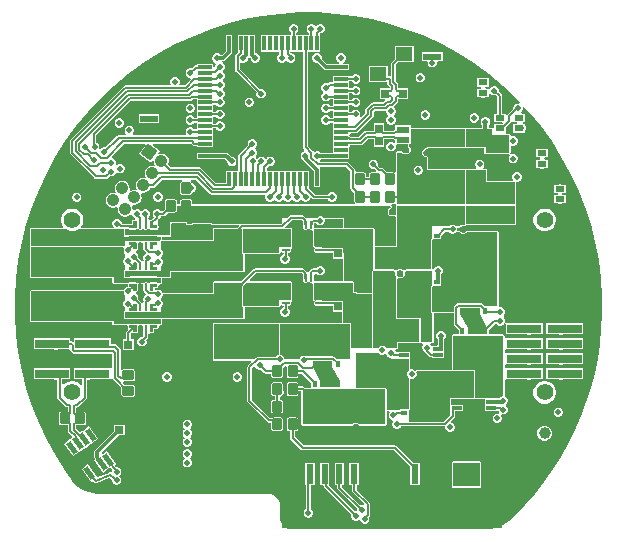
<source format=gtl>
G04*
G04 #@! TF.GenerationSoftware,Altium Limited,Altium Designer,24.4.1 (13)*
G04*
G04 Layer_Physical_Order=1*
G04 Layer_Color=255*
%FSLAX44Y44*%
%MOMM*%
G71*
G04*
G04 #@! TF.SameCoordinates,740DF4E5-9B0E-41A3-91D6-8293D7FF8DF9*
G04*
G04*
G04 #@! TF.FilePolarity,Positive*
G04*
G01*
G75*
%ADD10C,0.2000*%
%ADD17R,1.0000X2.7000*%
%ADD18R,0.6000X1.7000*%
G04:AMPARAMS|DCode=19|XSize=0.95mm|YSize=0.8mm|CornerRadius=0.1mm|HoleSize=0mm|Usage=FLASHONLY|Rotation=90.000|XOffset=0mm|YOffset=0mm|HoleType=Round|Shape=RoundedRectangle|*
%AMROUNDEDRECTD19*
21,1,0.9500,0.6000,0,0,90.0*
21,1,0.7500,0.8000,0,0,90.0*
1,1,0.2000,0.3000,0.3750*
1,1,0.2000,0.3000,-0.3750*
1,1,0.2000,-0.3000,-0.3750*
1,1,0.2000,-0.3000,0.3750*
%
%ADD19ROUNDEDRECTD19*%
%ADD20R,2.9200X0.7400*%
%ADD21R,0.3000X0.8500*%
%ADD22R,0.8500X0.3000*%
%ADD23R,1.1938X0.3048*%
%ADD24R,0.3048X1.1938*%
%ADD25R,0.7154X0.6725*%
%ADD26R,0.6725X0.7154*%
%ADD27R,1.1400X0.5750*%
%ADD28R,1.4000X1.2000*%
%ADD29R,0.6000X1.2000*%
%ADD30R,0.8000X0.5000*%
G04:AMPARAMS|DCode=31|XSize=0.6mm|YSize=0.25mm|CornerRadius=0.05mm|HoleSize=0mm|Usage=FLASHONLY|Rotation=270.000|XOffset=0mm|YOffset=0mm|HoleType=Round|Shape=RoundedRectangle|*
%AMROUNDEDRECTD31*
21,1,0.6000,0.1500,0,0,270.0*
21,1,0.5000,0.2500,0,0,270.0*
1,1,0.1000,-0.0750,-0.2500*
1,1,0.1000,-0.0750,0.2500*
1,1,0.1000,0.0750,0.2500*
1,1,0.1000,0.0750,-0.2500*
%
%ADD31ROUNDEDRECTD31*%
%ADD32R,1.2500X1.0000*%
%ADD33R,1.4562X1.2546*%
%ADD34R,0.3500X0.5000*%
%ADD35R,0.5000X0.3500*%
%ADD36R,1.5000X1.0000*%
%ADD37R,1.0000X1.5000*%
G04:AMPARAMS|DCode=38|XSize=1.1mm|YSize=0.45mm|CornerRadius=0mm|HoleSize=0mm|Usage=FLASHONLY|Rotation=125.000|XOffset=0mm|YOffset=0mm|HoleType=Round|Shape=Rectangle|*
%AMROTATEDRECTD38*
4,1,4,0.4998,-0.3215,0.1312,-0.5796,-0.4998,0.3215,-0.1312,0.5796,0.4998,-0.3215,0.0*
%
%ADD38ROTATEDRECTD38*%

G04:AMPARAMS|DCode=39|XSize=0.25mm|YSize=0.6mm|CornerRadius=0.05mm|HoleSize=0mm|Usage=FLASHONLY|Rotation=90.000|XOffset=0mm|YOffset=0mm|HoleType=Round|Shape=RoundedRectangle|*
%AMROUNDEDRECTD39*
21,1,0.2500,0.5000,0,0,90.0*
21,1,0.1500,0.6000,0,0,90.0*
1,1,0.1000,0.2500,0.0750*
1,1,0.1000,0.2500,-0.0750*
1,1,0.1000,-0.2500,-0.0750*
1,1,0.1000,-0.2500,0.0750*
%
%ADD39ROUNDEDRECTD39*%
G04:AMPARAMS|DCode=40|XSize=0.25mm|YSize=0.6mm|CornerRadius=0.05mm|HoleSize=0mm|Usage=FLASHONLY|Rotation=0.000|XOffset=0mm|YOffset=0mm|HoleType=Round|Shape=RoundedRectangle|*
%AMROUNDEDRECTD40*
21,1,0.2500,0.5000,0,0,0.0*
21,1,0.1500,0.6000,0,0,0.0*
1,1,0.1000,0.0750,-0.2500*
1,1,0.1000,-0.0750,-0.2500*
1,1,0.1000,-0.0750,0.2500*
1,1,0.1000,0.0750,0.2500*
%
%ADD40ROUNDEDRECTD40*%
%ADD41R,1.5000X1.2000*%
%ADD42R,1.9300X1.6500*%
G04:AMPARAMS|DCode=43|XSize=0.95mm|YSize=0.8mm|CornerRadius=0.1mm|HoleSize=0mm|Usage=FLASHONLY|Rotation=0.000|XOffset=0mm|YOffset=0mm|HoleType=Round|Shape=RoundedRectangle|*
%AMROUNDEDRECTD43*
21,1,0.9500,0.6000,0,0,0.0*
21,1,0.7500,0.8000,0,0,0.0*
1,1,0.2000,0.3750,-0.3000*
1,1,0.2000,-0.3750,-0.3000*
1,1,0.2000,-0.3750,0.3000*
1,1,0.2000,0.3750,0.3000*
%
%ADD43ROUNDEDRECTD43*%
%ADD44R,1.5000X0.5500*%
%ADD45R,1.0000X1.8000*%
%ADD46R,0.8000X1.3000*%
%ADD47R,0.8000X1.3000*%
%ADD48R,0.8000X1.3000*%
%ADD49R,0.8000X1.3000*%
G04:AMPARAMS|DCode=56|XSize=0.3mm|YSize=2.4mm|CornerRadius=0.0495mm|HoleSize=0mm|Usage=FLASHONLY|Rotation=270.000|XOffset=0mm|YOffset=0mm|HoleType=Round|Shape=RoundedRectangle|*
%AMROUNDEDRECTD56*
21,1,0.3000,2.3010,0,0,270.0*
21,1,0.2010,2.4000,0,0,270.0*
1,1,0.0990,-1.1505,-0.1005*
1,1,0.0990,-1.1505,0.1005*
1,1,0.0990,1.1505,0.1005*
1,1,0.0990,1.1505,-0.1005*
%
%ADD56ROUNDEDRECTD56*%
%ADD57C,0.2700*%
%ADD58C,0.2546*%
%ADD59C,0.2700*%
%ADD74C,0.3000*%
%ADD75R,0.3000X0.5000*%
%AMCUSTOMSHAPE76*
4,1,28,1.2250,1.1400,1.2250,0.7250,1.6050,0.7250,1.6050,0.2950,1.2250,0.2950,1.2250,-0.8400,1.1750,-0.8400,1.1750,-1.1400,0.7750,-1.1400,0.7750,-0.8400,0.5250,-0.8400,0.5250,-1.1400,0.1250,-1.1400,0.1250,-0.8400,-0.1250,-0.8400,-0.1250,-1.1400,-0.5250,-1.1400,-0.5250,-0.8400,-0.7750,-0.8400,-0.7750,-1.1400,-1.1750,-1.1400,-1.1750,-0.8400,-1.2250,-0.8400,-1.2250,0.2950,-1.6050,0.2950,-1.6050,0.7250,-1.2250,0.7250,-1.2250,1.1400,1.2250,1.1400,0.0*%
%ADD76CUSTOMSHAPE76*%

%AMCUSTOMSHAPE77*
4,1,28,1.1400,-1.2250,0.7250,-1.2250,0.7250,-1.6050,0.2950,-1.6050,0.2950,-1.2250,-0.8400,-1.2250,-0.8400,-1.1750,-1.1400,-1.1750,-1.1400,-0.7750,-0.8400,-0.7750,-0.8400,-0.5250,-1.1400,-0.5250,-1.1400,-0.1250,-0.8400,-0.1250,-0.8400,0.1250,-1.1400,0.1250,-1.1400,0.5250,-0.8400,0.5250,-0.8400,0.7750,-1.1400,0.7750,-1.1400,1.1750,-0.8400,1.1750,-0.8400,1.2250,0.2950,1.2250,0.2950,1.6050,0.7250,1.6050,0.7250,1.2250,1.1400,1.2250,1.1400,-1.2250,0.0*%
%ADD77CUSTOMSHAPE77*%

G04:AMPARAMS|DCode=78|XSize=1.7mm|YSize=1.7mm|CornerRadius=0.051mm|HoleSize=0mm|Usage=FLASHONLY|Rotation=0.000|XOffset=0mm|YOffset=0mm|HoleType=Round|Shape=RoundedRectangle|*
%AMROUNDEDRECTD78*
21,1,1.7000,1.5980,0,0,0.0*
21,1,1.5980,1.7000,0,0,0.0*
1,1,0.1020,0.7990,-0.7990*
1,1,0.1020,-0.7990,-0.7990*
1,1,0.1020,-0.7990,0.7990*
1,1,0.1020,0.7990,0.7990*
%
%ADD78ROUNDEDRECTD78*%
%AMCUSTOMSHAPE79*
4,1,28,-1.2250,-1.1400,-1.2250,-0.7250,-1.6050,-0.7250,-1.6050,-0.2950,-1.2250,-0.2950,-1.2250,0.8400,-1.1750,0.8400,-1.1750,1.1400,-0.7750,1.1400,-0.7750,0.8400,-0.5250,0.8400,-0.5250,1.1400,-0.1250,1.1400,-0.1250,0.8400,0.1250,0.8400,0.1250,1.1400,0.5250,1.1400,0.5250,0.8400,0.7750,0.8400,0.7750,1.1400,1.1750,1.1400,1.1750,0.8400,1.2250,0.8400,1.2250,-0.2950,1.6050,-0.2950,1.6050,-0.7250,1.2250,-0.7250,1.2250,-1.1400,-1.2250,-1.1400,0.0*%
%ADD79CUSTOMSHAPE79*%

%AMCUSTOMSHAPE80*
4,1,28,-1.1400,1.2250,-0.7250,1.2250,-0.7250,1.6050,-0.2950,1.6050,-0.2950,1.2250,0.8400,1.2250,0.8400,1.1750,1.1400,1.1750,1.1400,0.7750,0.8400,0.7750,0.8400,0.5250,1.1400,0.5250,1.1400,0.1250,0.8400,0.1250,0.8400,-0.1250,1.1400,-0.1250,1.1400,-0.5250,0.8400,-0.5250,0.8400,-0.7750,1.1400,-0.7750,1.1400,-1.1750,0.8400,-1.1750,0.8400,-1.2250,-0.2950,-1.2250,-0.2950,-1.6050,-0.7250,-1.6050,-0.7250,-1.2250,-1.1400,-1.2250,-1.1400,1.2250,0.0*%
%ADD80CUSTOMSHAPE80*%

%ADD81C,1.4000*%
%ADD82R,2.5500X2.5500*%
%ADD83C,2.5500*%
%ADD84C,1.5080*%
%ADD85C,1.0600*%
%ADD86P,1.4991X4X98.0*%
%ADD87C,0.5000*%
%ADD88C,1.0000*%
%ADD89C,2.0000*%
%ADD90C,0.7000*%
G36*
X-94485Y169960D02*
Y159556D01*
X-96522D01*
X-96609Y159766D01*
X-97734Y160891D01*
X-99204Y161500D01*
X-100796D01*
X-102266Y160891D01*
X-103391Y159766D01*
X-104000Y158296D01*
Y156704D01*
X-103391Y155234D01*
X-102266Y154109D01*
X-100796Y153500D01*
X-99204D01*
X-97734Y154109D01*
X-96609Y155234D01*
X-96522Y155444D01*
X-94485D01*
Y149676D01*
X-96424D01*
X-96561Y150007D01*
X-97686Y151132D01*
X-99156Y151741D01*
X-100748D01*
X-102218Y151132D01*
X-103343Y150007D01*
X-103952Y148537D01*
Y146945D01*
X-103588Y146067D01*
X-104324Y144797D01*
X-148343D01*
X-148870Y146067D01*
X-148361Y146576D01*
X-147752Y148046D01*
Y149637D01*
X-148361Y151107D01*
X-149486Y152232D01*
X-150956Y152841D01*
X-152547D01*
X-154017Y152232D01*
X-155143Y151107D01*
X-155752Y149637D01*
Y148046D01*
X-155143Y146576D01*
X-154634Y146067D01*
X-155160Y144797D01*
X-160773D01*
X-160774Y144797D01*
X-161560Y144640D01*
X-162227Y144194D01*
X-162227Y144194D01*
X-171943Y134478D01*
X-172154Y134565D01*
X-173745D01*
X-175215Y133956D01*
X-176091Y133081D01*
X-177167Y133800D01*
X-177000Y134204D01*
Y135796D01*
X-177609Y137266D01*
X-178734Y138391D01*
X-179519Y138716D01*
Y139495D01*
X-179519Y139495D01*
X-179523Y139519D01*
Y144570D01*
X-150149Y173944D01*
X-100204D01*
X-100204Y173944D01*
X-99418Y174101D01*
X-98751Y174547D01*
X-97853Y175445D01*
X-94485D01*
Y169960D01*
D02*
G37*
G36*
X23338Y247741D02*
X38851Y245786D01*
X54211Y242861D01*
X69356Y238977D01*
X84228Y234149D01*
X98767Y228397D01*
X112917Y221743D01*
X126620Y214214D01*
X139824Y205838D01*
X152475Y196651D01*
X164524Y186686D01*
X175924Y175985D01*
X179197Y172501D01*
X178458Y171433D01*
X178296Y171500D01*
X176704D01*
X175234Y170891D01*
X174109Y169766D01*
X173500Y168296D01*
Y167219D01*
X171911Y165630D01*
X171793Y165551D01*
X171793Y165551D01*
X168547Y162304D01*
X168286Y161915D01*
X167016Y162197D01*
Y163016D01*
X164056D01*
Y178000D01*
X163899Y178787D01*
X163453Y179454D01*
X161413Y181494D01*
X161500Y181704D01*
Y183296D01*
X160891Y184766D01*
X159766Y185891D01*
X158296Y186500D01*
X156704D01*
X155234Y185891D01*
X154109Y184766D01*
X154042Y184605D01*
X153016Y184016D01*
X152424Y184016D01*
X149964D01*
X149943Y184025D01*
X149753Y185478D01*
X150356Y185984D01*
X153016D01*
Y193016D01*
X149964D01*
X148796Y193500D01*
X147204D01*
X146036Y193016D01*
X142984D01*
Y185984D01*
X146036D01*
X146057Y185975D01*
X146247Y184522D01*
X145645Y184016D01*
X142984D01*
Y176984D01*
X146036D01*
X147204Y176500D01*
X148796D01*
X149964Y176984D01*
X153016D01*
Y179668D01*
X153449Y179892D01*
X154286Y180057D01*
X155234Y179109D01*
X156704Y178500D01*
X158296D01*
X158506Y178587D01*
X159944Y177149D01*
Y163016D01*
X156984D01*
Y155984D01*
X164207D01*
X164705Y154833D01*
X164039Y154016D01*
X156984D01*
Y151184D01*
X155778Y150778D01*
X155000Y151100D01*
X152447D01*
Y153160D01*
X153285Y153997D01*
X153893Y155467D01*
Y157058D01*
X153285Y158529D01*
X152159Y159654D01*
X150689Y160263D01*
X149098D01*
X147628Y159654D01*
X146502Y158529D01*
X145893Y157058D01*
Y155467D01*
X146502Y153997D01*
X147317Y153183D01*
Y151100D01*
X133600D01*
X133050Y150872D01*
X132500Y151100D01*
X86716D01*
Y153016D01*
X73284D01*
Y149251D01*
X72771Y149149D01*
X72104Y148703D01*
X72104Y148703D01*
X71964Y148563D01*
X64378D01*
Y154807D01*
X55622D01*
Y148563D01*
X48606D01*
X47819Y148407D01*
X47152Y147962D01*
X47152Y147961D01*
X42754Y143563D01*
X36012D01*
X35546Y143875D01*
X35244Y143935D01*
X34714Y145000D01*
X35244Y146065D01*
X35546Y146125D01*
X36012Y146437D01*
X40257D01*
X40257Y146437D01*
X41044Y146593D01*
X41711Y147038D01*
X54469Y159797D01*
X54915Y160464D01*
X55072Y161251D01*
X55072Y161251D01*
Y164149D01*
X56368Y165445D01*
X65429D01*
X65429Y165445D01*
X66000Y164976D01*
Y164204D01*
X66609Y162734D01*
X67270Y162073D01*
X67593Y161250D01*
X67270Y160427D01*
X66609Y159766D01*
X66000Y158296D01*
Y156704D01*
X66609Y155234D01*
X67734Y154109D01*
X69204Y153500D01*
X70796D01*
X72266Y154109D01*
X73391Y155234D01*
X74000Y156704D01*
Y158296D01*
X73391Y159766D01*
X72730Y160427D01*
X72407Y161250D01*
X72730Y162073D01*
X73391Y162734D01*
X74000Y164204D01*
Y165796D01*
X73391Y167266D01*
X72266Y168391D01*
X72835Y169481D01*
X75417Y172063D01*
X75417Y172063D01*
X75863Y172730D01*
X76019Y173517D01*
Y175193D01*
X84378D01*
Y184378D01*
X77836D01*
X77638Y184418D01*
X77638Y184418D01*
X76171D01*
Y187534D01*
X76014Y188320D01*
X75569Y188987D01*
X75569Y188987D01*
X74040Y190516D01*
Y192717D01*
X74040Y192717D01*
X73985Y192994D01*
Y204578D01*
X75891Y206484D01*
X89016D01*
Y220516D01*
X72984D01*
Y209391D01*
X70476Y206882D01*
X70030Y206216D01*
X69873Y205429D01*
X69874Y205429D01*
Y195204D01*
X68604Y194525D01*
X68583Y194539D01*
X67797Y194695D01*
X67016Y195585D01*
Y203516D01*
X50984D01*
Y189484D01*
X66268D01*
X66912Y188416D01*
X67069Y187629D01*
X67515Y186962D01*
X68789Y185688D01*
X68429Y184418D01*
X67362D01*
X67362Y184418D01*
X67164Y184378D01*
X60407D01*
Y175622D01*
X64665D01*
X65044Y174843D01*
X65108Y174352D01*
X63328Y172572D01*
X54267D01*
X54267Y172572D01*
X53480Y172415D01*
X52813Y171970D01*
X48547Y167703D01*
X48101Y167036D01*
X47944Y166249D01*
X47944Y166249D01*
Y163351D01*
X44695Y160102D01*
X43618Y160821D01*
X43984Y161704D01*
Y163296D01*
X43375Y164766D01*
X42250Y165891D01*
X40780Y166500D01*
X39188D01*
X37718Y165891D01*
X36593Y164766D01*
X36506Y164555D01*
X34485D01*
Y170445D01*
X36506D01*
X36593Y170234D01*
X37718Y169109D01*
X39188Y168500D01*
X40780D01*
X42250Y169109D01*
X43375Y170234D01*
X43984Y171704D01*
Y173296D01*
X43375Y174766D01*
X42250Y175891D01*
X40780Y176500D01*
X39188D01*
X37718Y175891D01*
X36593Y174766D01*
X36506Y174555D01*
X34485D01*
Y180445D01*
X36522D01*
X36609Y180234D01*
X37734Y179109D01*
X39204Y178500D01*
X40796D01*
X42266Y179109D01*
X43391Y180234D01*
X44000Y181704D01*
Y183296D01*
X43391Y184766D01*
X42266Y185891D01*
X40796Y186500D01*
X39204D01*
X37734Y185891D01*
X36609Y184766D01*
X36522Y184555D01*
X34485D01*
Y190445D01*
X36522D01*
X36609Y190234D01*
X37734Y189109D01*
X39204Y188500D01*
X40796D01*
X42266Y189109D01*
X43391Y190234D01*
X44000Y191704D01*
Y193296D01*
X43391Y194766D01*
X42266Y195891D01*
X40796Y196500D01*
X39204D01*
X37734Y195891D01*
X36609Y194766D01*
X36522Y194555D01*
X34485D01*
Y195040D01*
X20515D01*
Y189555D01*
X18312D01*
X18312Y189555D01*
X17525Y189399D01*
X16858Y188953D01*
X16580Y188675D01*
X15796Y189000D01*
X14204D01*
X12734Y188391D01*
X11609Y187266D01*
X11000Y185796D01*
Y184204D01*
X11609Y182734D01*
X12270Y182073D01*
X12593Y181250D01*
X12270Y180427D01*
X11609Y179766D01*
X11000Y178296D01*
Y176704D01*
X11609Y175234D01*
X12734Y174109D01*
X14204Y173500D01*
X15796D01*
X17266Y174109D01*
X18391Y175234D01*
X18478Y175445D01*
X20515D01*
Y169555D01*
X18478D01*
X18391Y169766D01*
X17266Y170891D01*
X15796Y171500D01*
X14204D01*
X12734Y170891D01*
X11609Y169766D01*
X11000Y168296D01*
Y166704D01*
X11609Y165234D01*
X12734Y164109D01*
X14204Y163500D01*
X15796D01*
X17266Y164109D01*
X18391Y165234D01*
X18478Y165445D01*
X20515D01*
Y159556D01*
X18478D01*
X18391Y159766D01*
X17266Y160891D01*
X15796Y161500D01*
X14204D01*
X12734Y160891D01*
X11609Y159766D01*
X11000Y158296D01*
Y156704D01*
X11609Y155234D01*
X12734Y154109D01*
X14204Y153500D01*
X15796D01*
X17266Y154109D01*
X18391Y155234D01*
X18478Y155444D01*
X20515D01*
Y149960D01*
Y139960D01*
Y130065D01*
X10591D01*
X9766Y130891D01*
X8296Y131500D01*
X6704D01*
X5234Y130891D01*
X3739Y131025D01*
X-444Y135208D01*
Y215515D01*
X10040D01*
Y229485D01*
X9556D01*
Y230837D01*
X9719Y231000D01*
X10796D01*
X12266Y231609D01*
X13391Y232734D01*
X14000Y234204D01*
Y235796D01*
X13391Y237266D01*
X12266Y238391D01*
X10796Y239000D01*
X9204D01*
X7734Y238391D01*
X7073Y237730D01*
X6250Y237407D01*
X5427Y237730D01*
X4766Y238391D01*
X3296Y239000D01*
X1704D01*
X234Y238391D01*
X-891Y237266D01*
X-1500Y235796D01*
Y234204D01*
X-891Y232734D01*
X234Y231609D01*
X444Y231522D01*
Y229485D01*
X-10445D01*
Y231522D01*
X-10234Y231609D01*
X-9109Y232734D01*
X-8500Y234204D01*
Y235796D01*
X-9109Y237266D01*
X-10234Y238391D01*
X-11704Y239000D01*
X-13296D01*
X-14766Y238391D01*
X-15891Y237266D01*
X-16500Y235796D01*
Y234204D01*
X-15891Y232734D01*
X-14766Y231609D01*
X-14555Y231522D01*
Y229485D01*
X-40040D01*
Y215515D01*
X-24555D01*
Y213478D01*
X-24766Y213391D01*
X-25891Y212266D01*
X-26500Y210796D01*
Y209204D01*
X-25891Y207734D01*
X-24766Y206609D01*
X-23296Y206000D01*
X-21704D01*
X-20234Y206609D01*
X-19573Y207270D01*
X-18750Y207593D01*
X-17927Y207270D01*
X-17266Y206609D01*
X-15796Y206000D01*
X-14204D01*
X-12734Y206609D01*
X-11609Y207734D01*
X-11000Y209204D01*
Y210796D01*
X-11609Y212266D01*
X-12734Y213391D01*
X-14204Y214000D01*
X-15281D01*
X-15445Y214163D01*
Y215515D01*
X-4555D01*
Y134357D01*
X-4555Y134357D01*
X-4399Y133570D01*
X-3954Y132903D01*
X-3724Y132673D01*
X-4101Y131255D01*
X-4980Y130891D01*
X-6105Y129766D01*
X-6714Y128296D01*
Y126704D01*
X-6105Y125234D01*
X-4980Y124109D01*
X-4733Y124007D01*
X-4702Y123850D01*
X-4146Y123018D01*
X4911Y113961D01*
Y107524D01*
X4960Y107276D01*
Y100515D01*
X10040D01*
Y107373D01*
X10065Y107500D01*
X10041Y107621D01*
Y115024D01*
X9846Y116006D01*
X9399Y116674D01*
X9741Y117927D01*
X9748Y117944D01*
X31649D01*
X35445Y114149D01*
Y99750D01*
X35445Y99750D01*
X35601Y98963D01*
X36047Y98296D01*
X38944Y95399D01*
Y88750D01*
X39101Y87963D01*
X39498Y87370D01*
X39413Y86973D01*
X39052Y86100D01*
X-98444D01*
Y88750D01*
X-98601Y89537D01*
X-99047Y90204D01*
X-99713Y90649D01*
X-100500Y90806D01*
X-106500D01*
X-107287Y90649D01*
X-107954Y90204D01*
X-108399Y89537D01*
X-108555Y88750D01*
Y86100D01*
X-111445D01*
Y88750D01*
X-111601Y89537D01*
X-112047Y90204D01*
X-112713Y90649D01*
X-113500Y90806D01*
X-119500D01*
X-120287Y90649D01*
X-120954Y90204D01*
X-121399Y89537D01*
X-121556Y88750D01*
Y82101D01*
X-123349Y80308D01*
X-124609Y80266D01*
X-125734Y81391D01*
X-127204Y82000D01*
X-128796D01*
X-130266Y81391D01*
X-131391Y80266D01*
X-132000Y78796D01*
Y77204D01*
X-131391Y75734D01*
X-131032Y75375D01*
X-133307Y73100D01*
X-134000Y73100D01*
X-134000Y73100D01*
X-134099Y73100D01*
X-134283Y73024D01*
X-134283Y73024D01*
X-134283Y73024D01*
X-134302Y73016D01*
X-134520D01*
X-135597Y73616D01*
X-135640Y74703D01*
X-134609Y75734D01*
X-134000Y77204D01*
Y78796D01*
X-134609Y80266D01*
X-135734Y81391D01*
X-137204Y82000D01*
X-138796D01*
X-140266Y81391D01*
X-140670Y80986D01*
X-141500Y80350D01*
X-142330Y80986D01*
X-142734Y81391D01*
X-144204Y82000D01*
X-145796D01*
X-147266Y81391D01*
X-147560Y81097D01*
X-148602Y81648D01*
X-148718Y81735D01*
X-149064Y84195D01*
X-149473Y84889D01*
X-148645Y85987D01*
X-147865Y85785D01*
X-145377Y86135D01*
X-143212Y87410D01*
X-141700Y89417D01*
X-141071Y91849D01*
X-141421Y94337D01*
X-141830Y95031D01*
X-141002Y96129D01*
X-140222Y95928D01*
X-137734Y96277D01*
X-135569Y97552D01*
X-134057Y99559D01*
X-133865Y100302D01*
X-131643D01*
X-131643Y100301D01*
X-130857Y100458D01*
X-130190Y100904D01*
X-124149Y106945D01*
X-107284D01*
X-107159Y105674D01*
X-107287Y105649D01*
X-107954Y105204D01*
X-108399Y104537D01*
X-108555Y103750D01*
Y96250D01*
X-108399Y95463D01*
X-107954Y94796D01*
X-107287Y94351D01*
X-106500Y94194D01*
X-100500D01*
X-99713Y94351D01*
X-99047Y94796D01*
X-98601Y95463D01*
X-98475Y96095D01*
X-97234Y96609D01*
X-96109Y97734D01*
X-95500Y99204D01*
Y100796D01*
X-96109Y102266D01*
X-97234Y103391D01*
X-98475Y103905D01*
X-98601Y104537D01*
X-99047Y105204D01*
X-99713Y105649D01*
X-99841Y105674D01*
X-99716Y106945D01*
X-95117D01*
X-83187Y95015D01*
X-83187Y95015D01*
X-82520Y94569D01*
X-81733Y94412D01*
X-81733Y94412D01*
X-37180D01*
X-36475Y93357D01*
X-36500Y93296D01*
Y91704D01*
X-35891Y90234D01*
X-34766Y89109D01*
X-33296Y88500D01*
X-31704D01*
X-30234Y89109D01*
X-29573Y89770D01*
X-28750Y90093D01*
X-27927Y89770D01*
X-27266Y89109D01*
X-25796Y88500D01*
X-24204D01*
X-22734Y89109D01*
X-22073Y89770D01*
X-21250Y90093D01*
X-20427Y89770D01*
X-19766Y89109D01*
X-18296Y88500D01*
X-16704D01*
X-15234Y89109D01*
X-14573Y89770D01*
X-13750Y90093D01*
X-12927Y89770D01*
X-12266Y89109D01*
X-10796Y88500D01*
X-9204D01*
X-7734Y89109D01*
X-7073Y89770D01*
X-6250Y90093D01*
X-5427Y89770D01*
X-4766Y89109D01*
X-3296Y88500D01*
X-1704D01*
X-234Y89109D01*
X891Y90234D01*
X1381Y91416D01*
X2673Y91920D01*
X3546Y91047D01*
X3546Y91046D01*
X4213Y90601D01*
X5000Y90444D01*
X5000Y90444D01*
X16522D01*
X16609Y90234D01*
X17734Y89109D01*
X19204Y88500D01*
X20796D01*
X22266Y89109D01*
X23391Y90234D01*
X24000Y91704D01*
Y93296D01*
X23391Y94766D01*
X22266Y95891D01*
X20796Y96500D01*
X19204D01*
X17734Y95891D01*
X16609Y94766D01*
X16522Y94556D01*
X5851D01*
X80Y100327D01*
Y106976D01*
X40Y107175D01*
Y114485D01*
X-35445D01*
Y116649D01*
X-33506Y118587D01*
X-33296Y118500D01*
X-31704D01*
X-30234Y119109D01*
X-29109Y120234D01*
X-28500Y121704D01*
Y123296D01*
X-29109Y124766D01*
X-30234Y125891D01*
X-31704Y126500D01*
X-33296D01*
X-34766Y125891D01*
X-35427Y125230D01*
X-36250Y124907D01*
X-37073Y125230D01*
X-37734Y125891D01*
X-39204Y126500D01*
X-40796D01*
X-42266Y125891D01*
X-42662Y125494D01*
X-43492Y124845D01*
X-44322Y125494D01*
X-44506Y125678D01*
X-44714Y125945D01*
X-44619Y127225D01*
X-44109Y127734D01*
X-43500Y129204D01*
Y130796D01*
X-44109Y132266D01*
X-44770Y132927D01*
X-45093Y133750D01*
X-44770Y134573D01*
X-44109Y135234D01*
X-43500Y136704D01*
Y138296D01*
X-44109Y139766D01*
X-45234Y140891D01*
X-46704Y141500D01*
X-48296D01*
X-49766Y140891D01*
X-50891Y139766D01*
X-51500Y138296D01*
Y136704D01*
X-51413Y136494D01*
X-58953Y128954D01*
X-59399Y128287D01*
X-59556Y127500D01*
X-59556Y127500D01*
Y114485D01*
X-70040D01*
Y104556D01*
X-78383D01*
X-90797Y116969D01*
X-91464Y117415D01*
X-92250Y117571D01*
X-92250Y117571D01*
X-116593D01*
X-118812Y119790D01*
X-118771Y119845D01*
X-118142Y122277D01*
X-118492Y124765D01*
X-119767Y126930D01*
X-121774Y128442D01*
X-124206Y129072D01*
X-126358Y128769D01*
X-127076Y129688D01*
X-127138Y129845D01*
X-125869Y131529D01*
X-132420Y136465D01*
X-132017Y137670D01*
X-99577D01*
X-97954Y136047D01*
X-97954Y136046D01*
X-97287Y135601D01*
X-96500Y135444D01*
X-96500Y135444D01*
X-94485D01*
Y134960D01*
X-80515D01*
Y139960D01*
Y150444D01*
X-78542D01*
X-78455Y150234D01*
X-77330Y149109D01*
X-75860Y148500D01*
X-74268D01*
X-72798Y149109D01*
X-71673Y150234D01*
X-71064Y151704D01*
Y153296D01*
X-71673Y154766D01*
X-72798Y155891D01*
X-74268Y156500D01*
X-75860D01*
X-77330Y155891D01*
X-78455Y154766D01*
X-78542Y154556D01*
X-80515D01*
Y160445D01*
X-78542D01*
X-78455Y160234D01*
X-77330Y159109D01*
X-75860Y158500D01*
X-74268D01*
X-72798Y159109D01*
X-71673Y160234D01*
X-71064Y161704D01*
Y163296D01*
X-71673Y164766D01*
X-72798Y165891D01*
X-74268Y166500D01*
X-75860D01*
X-77330Y165891D01*
X-78455Y164766D01*
X-78542Y164555D01*
X-80515D01*
Y170445D01*
X-78542D01*
X-78455Y170234D01*
X-77330Y169109D01*
X-75860Y168500D01*
X-74268D01*
X-72798Y169109D01*
X-71673Y170234D01*
X-71064Y171704D01*
Y173296D01*
X-71673Y174766D01*
X-72315Y175408D01*
X-72624Y176292D01*
X-72295Y177048D01*
X-71609Y177734D01*
X-71000Y179204D01*
Y180796D01*
X-71609Y182266D01*
X-72270Y182927D01*
X-72593Y183750D01*
X-72270Y184573D01*
X-71609Y185234D01*
X-71000Y186704D01*
Y188296D01*
X-71609Y189766D01*
X-72270Y190427D01*
X-72593Y191250D01*
X-72270Y192073D01*
X-71609Y192734D01*
X-71000Y194204D01*
Y195796D01*
X-71609Y197266D01*
X-72270Y197927D01*
X-72593Y198750D01*
X-72270Y199573D01*
X-71609Y200234D01*
X-71000Y201704D01*
Y203296D01*
X-71609Y204766D01*
X-72734Y205891D01*
X-73113Y207422D01*
X-72844Y207785D01*
X-72149D01*
X-71168Y207981D01*
X-70335Y208537D01*
X-65710Y213162D01*
X-65154Y213994D01*
X-64959Y214976D01*
Y222379D01*
X-64935Y222500D01*
X-64960Y222627D01*
Y229485D01*
X-70040D01*
Y222724D01*
X-70089Y222476D01*
Y216039D01*
X-73212Y212916D01*
X-74791D01*
X-75234Y213359D01*
X-76704Y213968D01*
X-78296D01*
X-79766Y213359D01*
X-80891Y212234D01*
X-81500Y210764D01*
Y209172D01*
X-80891Y207702D01*
X-79766Y206577D01*
X-78783Y206170D01*
X-78383Y204864D01*
X-78391Y204766D01*
X-79000Y203296D01*
Y202435D01*
X-79245Y202258D01*
X-80515Y202909D01*
Y205040D01*
X-94485D01*
Y204748D01*
X-95524Y204032D01*
X-96311Y203875D01*
X-96978Y203430D01*
X-96978Y203429D01*
X-98994Y201413D01*
X-99204Y201500D01*
X-100796D01*
X-102266Y200891D01*
X-103391Y199766D01*
X-104000Y198296D01*
Y196704D01*
X-103391Y195234D01*
X-102266Y194109D01*
X-100796Y193500D01*
X-100203D01*
X-99677Y192230D01*
X-104803Y187104D01*
X-108628D01*
X-109364Y188374D01*
X-109000Y189252D01*
Y190844D01*
X-109609Y192314D01*
X-110734Y193439D01*
X-112204Y194048D01*
X-113796D01*
X-115266Y193439D01*
X-116391Y192314D01*
X-117000Y190844D01*
Y189252D01*
X-116636Y188374D01*
X-117372Y187104D01*
X-154952D01*
X-154952Y187104D01*
X-155739Y186947D01*
X-156405Y186502D01*
X-156405Y186501D01*
X-201453Y141454D01*
X-201899Y140787D01*
X-202055Y140000D01*
X-202055Y140000D01*
Y130000D01*
X-202055Y130000D01*
X-201899Y129213D01*
X-201453Y128547D01*
X-181453Y108547D01*
X-181453Y108546D01*
X-180787Y108101D01*
X-180000Y107944D01*
X-180000Y107944D01*
X-171007D01*
X-171007Y107944D01*
X-170220Y108101D01*
X-169553Y108546D01*
X-167985Y110114D01*
X-167775Y110027D01*
X-166184D01*
X-164714Y110636D01*
X-163589Y111761D01*
X-163172Y112767D01*
X-161944Y113154D01*
X-161748Y113139D01*
X-161745Y113136D01*
X-160275Y112527D01*
X-158684D01*
X-157214Y113136D01*
X-156088Y114261D01*
X-155479Y115731D01*
Y117323D01*
X-156088Y118793D01*
X-157214Y119918D01*
X-158684Y120527D01*
X-160275D01*
X-161745Y119918D01*
X-162081Y119583D01*
X-163157Y120302D01*
X-162980Y120731D01*
Y122323D01*
X-163589Y123793D01*
X-164714Y124918D01*
X-166184Y125527D01*
X-166213D01*
X-166739Y126797D01*
X-155867Y137669D01*
X-139654D01*
X-139654Y137669D01*
X-139654Y137670D01*
X-138481D01*
X-137914Y136533D01*
X-143559Y129042D01*
X-133471Y121440D01*
X-132202Y123124D01*
X-132035Y123108D01*
X-130953Y122671D01*
X-130651Y120519D01*
X-130242Y119825D01*
X-131069Y118727D01*
X-131849Y118929D01*
X-134337Y118579D01*
X-136502Y117304D01*
X-138014Y115297D01*
X-138644Y112865D01*
X-138294Y110377D01*
X-137885Y109683D01*
X-138712Y108585D01*
X-139492Y108786D01*
X-141980Y108437D01*
X-144145Y107161D01*
X-145658Y105155D01*
X-146287Y102722D01*
X-145937Y100234D01*
X-145528Y99540D01*
X-146355Y98442D01*
X-147135Y98644D01*
X-149623Y98294D01*
X-150317Y97885D01*
X-151415Y98713D01*
X-151214Y99492D01*
X-151563Y101980D01*
X-152839Y104145D01*
X-154845Y105658D01*
X-157278Y106287D01*
X-159766Y105937D01*
X-161931Y104662D01*
X-163443Y102655D01*
X-164072Y100222D01*
X-163723Y97734D01*
X-163314Y97040D01*
X-164141Y95942D01*
X-164921Y96144D01*
X-167409Y95794D01*
X-169574Y94519D01*
X-171086Y92512D01*
X-171716Y90080D01*
X-171366Y87591D01*
X-170091Y85427D01*
X-168084Y83914D01*
X-165651Y83285D01*
X-163163Y83635D01*
X-162469Y84044D01*
X-161371Y83216D01*
X-161573Y82437D01*
X-161223Y79949D01*
X-159948Y77783D01*
X-157941Y76271D01*
X-155508Y75642D01*
X-153020Y75992D01*
X-150855Y77267D01*
X-150270Y78044D01*
X-149000Y77619D01*
Y77204D01*
X-148391Y75734D01*
X-147266Y74609D01*
X-146688Y74370D01*
X-146941Y73100D01*
X-148000Y73100D01*
X-148099Y73100D01*
X-148283Y73024D01*
X-148283Y73024D01*
X-148302Y73016D01*
X-148520D01*
X-148704Y72940D01*
X-148859Y72785D01*
X-148877Y72778D01*
X-148877Y72778D01*
X-149061Y72702D01*
X-149061Y72701D01*
X-149201Y72561D01*
X-149202Y72561D01*
X-149278Y72377D01*
X-149278Y72377D01*
X-149278Y72376D01*
X-149285Y72358D01*
X-149440Y72204D01*
X-149516Y72020D01*
Y71802D01*
X-149524Y71783D01*
X-149524Y71783D01*
X-149600Y71599D01*
X-149600Y71500D01*
Y69600D01*
X-151500Y69600D01*
X-151599Y69600D01*
X-151706Y69556D01*
X-157837D01*
X-158000Y69719D01*
Y70796D01*
X-158609Y72266D01*
X-159734Y73391D01*
X-161204Y74000D01*
X-162796D01*
X-164266Y73391D01*
X-165391Y72266D01*
X-166000Y70796D01*
Y69204D01*
X-165391Y67734D01*
X-165026Y67370D01*
X-165553Y66100D01*
X-191927D01*
X-192310Y67370D01*
X-191147Y69383D01*
X-190500Y71799D01*
Y74301D01*
X-191147Y76717D01*
X-192398Y78883D01*
X-194167Y80652D01*
X-196333Y81903D01*
X-198749Y82550D01*
X-201251D01*
X-203667Y81903D01*
X-205833Y80652D01*
X-207602Y78883D01*
X-208853Y76717D01*
X-209500Y74301D01*
Y71799D01*
X-208853Y69383D01*
X-207690Y67370D01*
X-208073Y66100D01*
X-235000D01*
X-235778Y65778D01*
X-236100Y65000D01*
Y51100D01*
X-235872Y50550D01*
X-236100Y50000D01*
Y25000D01*
X-235778Y24222D01*
X-235000Y23900D01*
X-166100D01*
Y20000D01*
X-165778Y19222D01*
X-165000Y18900D01*
X-154273D01*
X-153100Y18599D01*
X-153100Y18500D01*
Y17000D01*
X-153100Y16901D01*
X-153296Y16500D01*
X-154766Y15891D01*
X-155891Y14766D01*
X-156392Y13555D01*
X-156500Y13600D01*
X-235000D01*
X-235778Y13278D01*
X-236100Y12500D01*
Y-12500D01*
X-235778Y-13278D01*
X-235000Y-13600D01*
X-166100Y-13600D01*
Y-15000D01*
X-165778Y-15778D01*
X-165000Y-16100D01*
X-154273D01*
X-153100Y-16401D01*
X-153100Y-16500D01*
Y-18000D01*
X-153100Y-18099D01*
X-153024Y-18283D01*
X-153024Y-18283D01*
X-153024Y-18284D01*
X-153016Y-18302D01*
Y-18520D01*
X-152940Y-18704D01*
X-152799Y-18845D01*
X-152900Y-19592D01*
X-153118Y-20177D01*
X-153164Y-20257D01*
X-153954Y-21047D01*
X-154399Y-21713D01*
X-154556Y-22500D01*
X-154556Y-22500D01*
Y-28122D01*
X-156878D01*
Y-37307D01*
X-148122D01*
Y-28122D01*
X-150444D01*
Y-23351D01*
X-150257Y-23164D01*
X-150177Y-23119D01*
X-149592Y-22900D01*
X-148845Y-22799D01*
X-148704Y-22940D01*
X-148520Y-23016D01*
X-148302Y-23016D01*
X-148284Y-23024D01*
X-148283Y-23024D01*
X-148283Y-23024D01*
X-148099Y-23100D01*
X-148000Y-23100D01*
X-146000Y-23100D01*
X-146000Y-23100D01*
X-146000Y-23100D01*
X-145901Y-23100D01*
X-145780Y-23050D01*
X-145631Y-23016D01*
X-145480D01*
X-145296Y-22940D01*
X-145296Y-22940D01*
X-145142Y-22786D01*
X-145123Y-22778D01*
X-145123Y-22778D01*
X-144939Y-22702D01*
X-144939Y-22701D01*
X-144908Y-22671D01*
X-144799Y-22561D01*
X-144798Y-22561D01*
X-144722Y-22377D01*
X-144722Y-22377D01*
X-144715Y-22359D01*
X-144560Y-22204D01*
X-144484Y-22020D01*
Y-21802D01*
X-144476Y-21783D01*
X-144476Y-21783D01*
X-144400Y-21599D01*
X-144400Y-21500D01*
X-144400Y-16500D01*
X-143482Y-16153D01*
X-143340Y-16100D01*
X-143138Y-16016D01*
X-142919D01*
X-142781Y-15959D01*
X-141719D01*
X-141581Y-16016D01*
X-141362D01*
X-141160Y-16100D01*
X-141159D01*
X-141152Y-16100D01*
X-140141Y-16500D01*
Y-21500D01*
X-139805Y-22310D01*
Y-25087D01*
X-140719Y-26000D01*
X-141796D01*
X-143266Y-26609D01*
X-144391Y-27734D01*
X-145000Y-29204D01*
Y-30796D01*
X-144391Y-32266D01*
X-143266Y-33391D01*
X-141796Y-34000D01*
X-140204D01*
X-138734Y-33391D01*
X-137609Y-32266D01*
X-137000Y-30796D01*
Y-29204D01*
X-137325Y-28420D01*
X-136297Y-27392D01*
X-136297Y-27392D01*
X-135851Y-26725D01*
X-135695Y-25938D01*
Y-23746D01*
X-135251Y-23385D01*
X-134574Y-23043D01*
X-134424Y-23016D01*
X-134302D01*
X-134284Y-23024D01*
X-134283Y-23024D01*
X-134283Y-23024D01*
X-134099Y-23100D01*
X-134000Y-23100D01*
X-132000Y-23100D01*
X-131901Y-23100D01*
X-131717Y-23024D01*
X-131717Y-23024D01*
X-131698Y-23016D01*
X-131480Y-23016D01*
X-131296Y-22940D01*
X-131155Y-22799D01*
X-131155D01*
X-131141Y-22785D01*
X-131123Y-22778D01*
X-131123Y-22778D01*
X-130939Y-22702D01*
X-130939Y-22701D01*
X-130799Y-22561D01*
X-130799Y-22561D01*
X-130722Y-22377D01*
X-130722Y-22377D01*
X-130715Y-22359D01*
X-130701Y-22345D01*
Y-22345D01*
X-130560Y-22204D01*
X-130484Y-22020D01*
X-130484Y-21802D01*
X-130476Y-21783D01*
X-130476Y-21783D01*
X-130400Y-21599D01*
X-130400Y-21500D01*
X-130400Y-21500D01*
Y-19600D01*
X-128500D01*
X-128401Y-19600D01*
X-128217Y-19524D01*
X-128217Y-19524D01*
X-128198Y-19516D01*
X-127980Y-19516D01*
X-127979Y-19516D01*
X-127796Y-19440D01*
X-127655Y-19299D01*
X-127655Y-19299D01*
X-127641Y-19285D01*
X-127623Y-19278D01*
X-127623Y-19278D01*
X-127439Y-19202D01*
X-127439Y-19201D01*
X-127299Y-19061D01*
X-127298Y-19061D01*
X-127222Y-18877D01*
X-127222Y-18877D01*
X-127215Y-18859D01*
X-127201Y-18845D01*
X-127201Y-18845D01*
X-127060Y-18704D01*
X-126984Y-18520D01*
X-126984Y-18520D01*
X-126984Y-18302D01*
X-126976Y-18283D01*
X-126976Y-18283D01*
X-126900Y-18099D01*
X-126900Y-18000D01*
X-126900Y-18000D01*
Y-17370D01*
X-125816Y-16123D01*
X-125727Y-16100D01*
X-125000D01*
X-124222Y-15778D01*
X-123900Y-15000D01*
Y-11100D01*
X-55000D01*
X-54222Y-10778D01*
X-53900Y-10000D01*
Y-1100D01*
X-25000D01*
X-24222Y-778D01*
X-23900Y0D01*
Y265D01*
X-22660Y590D01*
X-21500Y109D01*
X-21056D01*
Y-1108D01*
X-22266Y-1609D01*
X-23391Y-2734D01*
X-24000Y-4204D01*
Y-5796D01*
X-23391Y-7266D01*
X-22266Y-8391D01*
X-20796Y-9000D01*
X-19204D01*
X-17734Y-8391D01*
X-16609Y-7266D01*
X-16000Y-5796D01*
Y-4204D01*
X-16609Y-2734D01*
X-16945Y-2399D01*
Y109D01*
X-16500D01*
X-15340Y590D01*
X-14859Y1750D01*
Y3250D01*
X-14222Y4222D01*
X-13900Y5000D01*
Y20000D01*
X-14222Y20778D01*
X-15000Y21100D01*
X-49334D01*
X-49820Y22273D01*
X-44149Y27945D01*
X-5851D01*
X-4805Y26899D01*
Y26706D01*
X-4891Y26500D01*
Y21500D01*
X-4410Y20340D01*
X-3250Y19859D01*
X-1750D01*
X-590Y20340D01*
X590Y20340D01*
X1750Y19859D01*
X3250D01*
X3900Y18754D01*
Y5644D01*
X3943Y5540D01*
X3921Y5430D01*
X4100Y5163D01*
X4222Y4867D01*
X4264Y4849D01*
X4381Y4742D01*
X4389Y4730D01*
X4408Y4717D01*
X5175Y4013D01*
X4859Y3250D01*
Y1750D01*
X5340Y590D01*
X6500Y109D01*
X11500D01*
X12310Y444D01*
X20622D01*
Y-4807D01*
X27105D01*
X28279Y-5193D01*
Y-13900D01*
X-23900D01*
X-24450Y-14128D01*
X-25000Y-13900D01*
X-80000D01*
X-80778Y-14222D01*
X-81100Y-15000D01*
Y-45000D01*
X-80778Y-45778D01*
X-80000Y-46100D01*
X-48759D01*
X-48273Y-47273D01*
X-51453Y-50454D01*
X-51899Y-51120D01*
X-52056Y-51907D01*
X-52056Y-51907D01*
Y-80000D01*
X-52056Y-80000D01*
X-51899Y-80787D01*
X-51453Y-81454D01*
X-34953Y-97953D01*
X-34953Y-97953D01*
X-34287Y-98399D01*
X-33500Y-98555D01*
X-31556D01*
Y-103750D01*
X-31399Y-104537D01*
X-30954Y-105204D01*
X-30287Y-105649D01*
X-29500Y-105806D01*
X-23500D01*
X-22713Y-105649D01*
X-22047Y-105204D01*
X-21601Y-104537D01*
X-21444Y-103750D01*
Y-96250D01*
X-21601Y-95463D01*
X-22047Y-94796D01*
X-22713Y-94351D01*
X-23500Y-94194D01*
X-29500D01*
X-30287Y-94351D01*
X-30427Y-94445D01*
X-32649D01*
X-47944Y-79149D01*
Y-52758D01*
X-46309Y-51123D01*
X-44891Y-51501D01*
X-44527Y-52380D01*
X-43402Y-53505D01*
X-41932Y-54114D01*
X-40340D01*
X-40130Y-54027D01*
X-37704Y-56453D01*
X-37703Y-56453D01*
X-37037Y-56899D01*
X-36250Y-57056D01*
X-36250Y-57056D01*
X-31556D01*
Y-58750D01*
X-31399Y-59537D01*
X-30954Y-60203D01*
X-30287Y-60649D01*
X-29500Y-60806D01*
X-23500D01*
X-22713Y-60649D01*
X-22047Y-60203D01*
X-21601Y-59537D01*
X-21444Y-58750D01*
Y-52101D01*
X-19633Y-50290D01*
X-18556Y-51250D01*
Y-58750D01*
X-18399Y-59537D01*
X-17953Y-60203D01*
X-17287Y-60649D01*
X-16500Y-60806D01*
X-10500D01*
X-9713Y-60649D01*
X-9047Y-60203D01*
X-8601Y-59537D01*
X-8444Y-58750D01*
Y-57056D01*
X-6565D01*
X-6484Y-57071D01*
X-6484Y-57071D01*
X-5735D01*
X2484Y-65291D01*
Y-68900D01*
X-3193D01*
X-3546Y-68547D01*
X-4213Y-68101D01*
X-5000Y-67944D01*
X-5000Y-67944D01*
X-8444D01*
Y-66250D01*
X-8601Y-65463D01*
X-9047Y-64797D01*
X-9713Y-64351D01*
X-10500Y-64194D01*
X-16500D01*
X-17287Y-64351D01*
X-17953Y-64797D01*
X-18399Y-65463D01*
X-18556Y-66250D01*
Y-73750D01*
X-18399Y-74537D01*
X-17953Y-75203D01*
X-17287Y-75649D01*
X-16500Y-75806D01*
X-10500D01*
X-9713Y-75649D01*
X-9047Y-75203D01*
X-8601Y-74537D01*
X-8444Y-73750D01*
Y-72056D01*
X-6100D01*
Y-100000D01*
X-5778Y-100778D01*
X-5000Y-101100D01*
X36843D01*
X37621Y-100778D01*
X38357Y-100041D01*
X39423Y-99600D01*
X40577D01*
X41643Y-100041D01*
X42379Y-100778D01*
X43157Y-101100D01*
X65000D01*
X65778Y-100778D01*
X66100Y-100000D01*
Y-88600D01*
X68431D01*
X68957Y-89870D01*
X68593Y-90234D01*
X67984Y-91704D01*
Y-93296D01*
X68593Y-94766D01*
X69718Y-95891D01*
X70912Y-96385D01*
X71311Y-97014D01*
X71491Y-97770D01*
X71000Y-98954D01*
Y-100546D01*
X71609Y-102016D01*
X72734Y-103141D01*
X74204Y-103750D01*
X75796D01*
X77266Y-103141D01*
X78391Y-102016D01*
X78478Y-101805D01*
X114827D01*
X115250Y-101805D01*
X115250D01*
X116000Y-102951D01*
Y-103296D01*
X116609Y-104766D01*
X117734Y-105891D01*
X119204Y-106500D01*
X120796D01*
X122266Y-105891D01*
X123391Y-104766D01*
X124000Y-103296D01*
Y-101704D01*
X123391Y-100234D01*
X122266Y-99109D01*
X121084Y-98619D01*
X120580Y-97327D01*
X123703Y-94204D01*
X123703Y-94203D01*
X124149Y-93537D01*
X124305Y-92750D01*
X124305Y-92750D01*
Y-88996D01*
X130766D01*
Y-83964D01*
X121100D01*
Y-78600D01*
X140000D01*
X140550Y-78372D01*
X141100Y-78600D01*
X148115D01*
X149234Y-78964D01*
Y-88996D01*
X159766D01*
Y-88535D01*
X160979D01*
X161523Y-89851D01*
X161653Y-89980D01*
X160933Y-91057D01*
X160796Y-91000D01*
X159204D01*
X157734Y-91609D01*
X156609Y-92734D01*
X156000Y-94204D01*
Y-95796D01*
X156609Y-97266D01*
X157734Y-98391D01*
X159204Y-99000D01*
X160796D01*
X162266Y-98391D01*
X163391Y-97266D01*
X164000Y-95796D01*
Y-94204D01*
X163391Y-92734D01*
X163262Y-92605D01*
X163981Y-91529D01*
X164119Y-91586D01*
X165710D01*
X167180Y-90976D01*
X168306Y-89851D01*
X168915Y-88381D01*
Y-86790D01*
X168306Y-85320D01*
X167533Y-84548D01*
X167348Y-83671D01*
X167569Y-82981D01*
X168391Y-82159D01*
X169000Y-80688D01*
Y-79097D01*
X168391Y-77627D01*
X167266Y-76502D01*
X166055Y-76000D01*
X166100Y-75893D01*
Y-62194D01*
X167234Y-61866D01*
X167370Y-61866D01*
X184670D01*
X185355Y-62150D01*
X187345D01*
X188030Y-61866D01*
X198466D01*
Y-52434D01*
X188030D01*
X187345Y-52150D01*
X185355D01*
X184670Y-52434D01*
X167370D01*
X167234Y-52434D01*
X166100Y-52106D01*
Y-49494D01*
X167234Y-49166D01*
X167370Y-49166D01*
X184670D01*
X185355Y-49450D01*
X187345D01*
X188030Y-49166D01*
X198466D01*
Y-39734D01*
X188030D01*
X187345Y-39450D01*
X185355D01*
X184670Y-39734D01*
X167370D01*
X167234Y-39734D01*
X166100Y-39406D01*
Y-36794D01*
X167234Y-36466D01*
X167370Y-36466D01*
X184670D01*
X185355Y-36750D01*
X187345D01*
X188030Y-36466D01*
X198466D01*
Y-27034D01*
X188030D01*
X187345Y-26750D01*
X185355D01*
X184670Y-27034D01*
X167370D01*
X167234Y-27034D01*
X166100Y-26706D01*
Y-25000D01*
X165778Y-24222D01*
X165000Y-23900D01*
X153767D01*
X152600Y-23400D01*
Y-20207D01*
X157851Y-14956D01*
X159299D01*
X160234Y-15891D01*
X161704Y-16500D01*
X163296D01*
X164766Y-15891D01*
X165891Y-14766D01*
X165964Y-14590D01*
X167234Y-14842D01*
X167234Y-15513D01*
X167234Y-15513D01*
X167234Y-15517D01*
Y-23766D01*
X184670D01*
X185355Y-24050D01*
X187345D01*
X188030Y-23766D01*
X198466D01*
Y-14334D01*
X188030D01*
X187345Y-14050D01*
X185355D01*
X184670Y-14334D01*
X168329D01*
X167444Y-14334D01*
X166478Y-13397D01*
X166500Y-13296D01*
X166500Y-11704D01*
X165891Y-10234D01*
X165230Y-9573D01*
X164907Y-8750D01*
X165230Y-7927D01*
X165891Y-7266D01*
X166500Y-5796D01*
Y-4204D01*
X165891Y-2734D01*
X164766Y-1609D01*
X163296Y-1000D01*
X162060D01*
X161252Y-158D01*
X161100Y124D01*
Y62500D01*
X160778Y63278D01*
X160000Y63600D01*
X134157D01*
X133379Y63278D01*
X132643Y62541D01*
X131577Y62100D01*
X130423D01*
X129357Y62541D01*
X128621Y63278D01*
X127843Y63600D01*
X126404D01*
X126000Y64204D01*
Y65796D01*
X126404Y66400D01*
X127843D01*
X128621Y66722D01*
X129357Y67459D01*
X130423Y67900D01*
X131796D01*
X132092Y68023D01*
X132407Y68086D01*
X133111Y68556D01*
X133174Y68650D01*
X133278Y68693D01*
X133398Y68984D01*
X133600Y68900D01*
X175000D01*
X175778Y69222D01*
X176100Y70000D01*
Y85000D01*
X175872Y85550D01*
X176100Y86100D01*
Y105000D01*
X176434Y105500D01*
X177296D01*
X178766Y106109D01*
X179891Y107234D01*
X180500Y108704D01*
Y110296D01*
X179891Y111766D01*
X178766Y112891D01*
X177296Y113500D01*
X175704D01*
X174234Y112891D01*
X173109Y111766D01*
X172500Y110296D01*
Y108704D01*
X173053Y107370D01*
X172820Y106738D01*
X172447Y106100D01*
X151100D01*
Y115000D01*
X150778Y115778D01*
X150000Y116100D01*
X148553D01*
X148027Y117370D01*
X148391Y117734D01*
X149000Y119204D01*
Y120796D01*
X148391Y122266D01*
X147266Y123391D01*
X145796Y124000D01*
X144204D01*
X142734Y123391D01*
X141609Y122266D01*
X141000Y120796D01*
Y119204D01*
X141609Y117734D01*
X141973Y117370D01*
X141447Y116100D01*
X133600D01*
X133050Y115872D01*
X132500Y116100D01*
X101100D01*
Y126000D01*
X100778Y126778D01*
X100000Y127100D01*
X99423D01*
X98357Y127541D01*
X97541Y128357D01*
X97100Y129423D01*
Y130577D01*
X97541Y131643D01*
X98357Y132459D01*
X99423Y132900D01*
X100000D01*
X100778Y133222D01*
X101058Y133900D01*
X132500D01*
X133050Y134128D01*
X133600Y133900D01*
X148900D01*
Y130000D01*
X149222Y129222D01*
X150000Y128900D01*
X168750D01*
X170000Y128843D01*
X170000Y128843D01*
X170000D01*
X170084Y128752D01*
X170630Y127786D01*
X170109Y127266D01*
X169500Y125796D01*
Y124204D01*
X170109Y122734D01*
X171234Y121609D01*
X172704Y121000D01*
X174296D01*
X175766Y121609D01*
X176891Y122734D01*
X177500Y124204D01*
Y125796D01*
X176891Y127266D01*
X175766Y128391D01*
X174296Y129000D01*
X172704D01*
X171868Y128654D01*
X171037Y129560D01*
X171037Y129560D01*
X171037D01*
X171037Y129560D01*
Y129560D01*
X170955Y129650D01*
X171100Y130000D01*
Y135290D01*
X172370Y136139D01*
X172704Y136000D01*
X174296D01*
X175766Y136609D01*
X176891Y137734D01*
X177500Y139204D01*
Y140796D01*
X176891Y142266D01*
X175766Y143391D01*
X174296Y144000D01*
X172704D01*
X172370Y143861D01*
X171100Y144710D01*
Y145000D01*
X170778Y145778D01*
X170000Y146100D01*
X167920D01*
X167016Y146984D01*
X167016Y147370D01*
Y151109D01*
X171453Y155547D01*
X171453Y155547D01*
X171726Y155955D01*
X172984Y155984D01*
X172984Y155984D01*
X172984Y155984D01*
X176036D01*
X176606Y155748D01*
X176686Y154340D01*
X176321Y154016D01*
X172984D01*
Y146984D01*
X183016D01*
Y148359D01*
X183391Y148734D01*
X184000Y150204D01*
Y151796D01*
X183391Y153266D01*
X183016Y153641D01*
Y154016D01*
X182641D01*
X182266Y154391D01*
X181486Y154714D01*
X181739Y155984D01*
X183016D01*
Y163016D01*
X180879D01*
X180014Y164154D01*
X180023Y164366D01*
X180891Y165234D01*
X181500Y166704D01*
Y168195D01*
X181756Y168410D01*
X182659Y168815D01*
X186630Y164589D01*
X196598Y152543D01*
X205790Y139894D01*
X214170Y126694D01*
X221704Y112993D01*
X228363Y98846D01*
X234120Y84308D01*
X238953Y69438D01*
X242842Y54294D01*
X245773Y38935D01*
X247733Y23422D01*
X248715Y7818D01*
Y-0D01*
X248715Y-6372D01*
X248062Y-19099D01*
X246759Y-31775D01*
X244808Y-44368D01*
X242215Y-56845D01*
X238987Y-69172D01*
X235132Y-81319D01*
X230659Y-93252D01*
X225582Y-104939D01*
X219913Y-116353D01*
X213667Y-127460D01*
X206860Y-138233D01*
X199511Y-148644D01*
X191638Y-158665D01*
X183263Y-168269D01*
X174406Y-177432D01*
X169893Y-181647D01*
X169815Y-181695D01*
X169707Y-181797D01*
X169577Y-181869D01*
X167661Y-183498D01*
X163319Y-186037D01*
X158602Y-187783D01*
X153654Y-188682D01*
X151139Y-188694D01*
X151044Y-188714D01*
X151004Y-188710D01*
X151000Y-188709D01*
X150996D01*
X150947Y-188704D01*
X150899Y-188709D01*
X-15000Y-188715D01*
X-15858Y-188715D01*
X-17542Y-188380D01*
X-19128Y-187723D01*
X-20555Y-186769D01*
X-21769Y-185555D01*
X-22723Y-184128D01*
X-23380Y-182542D01*
X-23715Y-180858D01*
Y-170000D01*
X-23725Y-169950D01*
X-23717Y-169900D01*
X-23762Y-168994D01*
X-23798Y-168848D01*
X-23798Y-168696D01*
X-24152Y-166919D01*
X-24228Y-166734D01*
X-24268Y-166537D01*
X-24961Y-164863D01*
X-25072Y-164696D01*
X-25149Y-164510D01*
X-26155Y-163004D01*
X-26297Y-162862D01*
X-26409Y-162695D01*
X-27689Y-161413D01*
X-27856Y-161302D01*
X-27998Y-161160D01*
X-29504Y-160153D01*
X-29690Y-160076D01*
X-29857Y-159964D01*
X-31530Y-159270D01*
X-31727Y-159231D01*
X-31913Y-159154D01*
X-33689Y-158799D01*
X-33840Y-158799D01*
X-33987Y-158762D01*
X-34893Y-158717D01*
X-34944Y-158725D01*
X-34994Y-158715D01*
X-177508Y-158715D01*
X-179233Y-158714D01*
X-182656Y-158301D01*
X-186006Y-157480D01*
X-189233Y-156265D01*
X-192292Y-154672D01*
X-195138Y-152725D01*
X-197731Y-150451D01*
X-200033Y-147883D01*
X-201022Y-146470D01*
X-201035Y-146458D01*
X-201042Y-146441D01*
X-205694Y-140037D01*
X-214083Y-126841D01*
X-221627Y-113145D01*
X-228295Y-99003D01*
X-234062Y-84469D01*
X-238905Y-69602D01*
X-242805Y-54461D01*
X-245746Y-39104D01*
X-247717Y-23593D01*
X-248709Y-7989D01*
X-248720Y7647D01*
X-247749Y23252D01*
X-245799Y38766D01*
X-242879Y54127D01*
X-239001Y69274D01*
X-234178Y84148D01*
X-228431Y98689D01*
X-221782Y112840D01*
X-214257Y126546D01*
X-205886Y139753D01*
X-196703Y152408D01*
X-186743Y164460D01*
X-176046Y175864D01*
X-164653Y186573D01*
X-152610Y196546D01*
X-139965Y205742D01*
X-126768Y214126D01*
X-113069Y221665D01*
X-98924Y228329D01*
X-84389Y234091D01*
X-69521Y238929D01*
X-54377Y242824D01*
X-39020Y245759D01*
X-23508Y247725D01*
X-7903Y248712D01*
X7732Y248717D01*
X23338Y247741D01*
D02*
G37*
G36*
X72104Y141297D02*
X72104Y141297D01*
X72771Y140851D01*
X73284Y140749D01*
Y139032D01*
X72014Y138495D01*
X70796Y139000D01*
X69204D01*
X67734Y138391D01*
X66609Y137266D01*
X66000Y135796D01*
Y134204D01*
X66609Y132734D01*
X67734Y131609D01*
X69204Y131000D01*
X70796D01*
X72266Y131609D01*
X73391Y132734D01*
X74000Y134204D01*
Y135796D01*
X73945Y135928D01*
X74651Y136984D01*
X83900D01*
Y135657D01*
X84222Y134879D01*
X84959Y134143D01*
X85400Y133077D01*
Y131923D01*
X84959Y130857D01*
X84143Y130041D01*
X83077Y129600D01*
X81923D01*
X80857Y130041D01*
X80121Y130778D01*
X79343Y131100D01*
X75000D01*
X74222Y130778D01*
X73900Y130000D01*
Y113932D01*
X72982Y113287D01*
X72630Y113180D01*
X72000Y113306D01*
X66851D01*
X63703Y116454D01*
X63037Y116899D01*
X62250Y117056D01*
X62250Y117056D01*
X60851D01*
X58913Y118994D01*
X59000Y119204D01*
Y120796D01*
X58391Y122266D01*
X57266Y123391D01*
X55796Y124000D01*
X54204D01*
X52734Y123391D01*
X51609Y122266D01*
X51000Y120796D01*
Y119204D01*
X51609Y117734D01*
X52734Y116609D01*
X54204Y116000D01*
X55796D01*
X56006Y116087D01*
X57518Y114576D01*
X56992Y113306D01*
X53000D01*
X52213Y113149D01*
X51547Y112704D01*
X51101Y112037D01*
X50944Y111250D01*
Y109556D01*
X49056D01*
Y111250D01*
X48899Y112037D01*
X48453Y112704D01*
X47787Y113149D01*
X47000Y113306D01*
X41000D01*
X40826Y113271D01*
X39555Y114121D01*
Y115000D01*
X39555Y115000D01*
X39399Y115787D01*
X38953Y116454D01*
X33953Y121454D01*
X33287Y121899D01*
X32500Y122056D01*
X32500Y122056D01*
X9751D01*
X9354Y122572D01*
X9764Y124108D01*
X9766Y124109D01*
X10591Y124935D01*
X27500D01*
X27627Y124960D01*
X34485D01*
Y134741D01*
X34760Y135969D01*
X35546Y136125D01*
X36012Y136437D01*
X44855D01*
X44855Y136437D01*
X45642Y136593D01*
X46308Y137038D01*
X50707Y141437D01*
X55622D01*
Y135193D01*
X64378D01*
Y141437D01*
X71964D01*
X72104Y141297D01*
D02*
G37*
G36*
X155000Y145000D02*
X170000D01*
Y142003D01*
X169500Y140796D01*
Y139204D01*
X170000Y137997D01*
Y130000D01*
X150000D01*
Y135000D01*
X133600D01*
Y150000D01*
X155000D01*
Y145000D01*
D02*
G37*
G36*
X132500Y135000D02*
X100000D01*
Y134000D01*
X99204D01*
X97734Y133391D01*
X96609Y132266D01*
X96000Y130796D01*
Y129204D01*
X96609Y127734D01*
X97734Y126609D01*
X99204Y126000D01*
X100000D01*
Y115000D01*
X132500D01*
Y86100D01*
X124262D01*
X123296Y86500D01*
X121704D01*
X120738Y86100D01*
X75000D01*
Y130000D01*
X79343D01*
X80234Y129109D01*
X81704Y128500D01*
X83296D01*
X84766Y129109D01*
X85891Y130234D01*
X86500Y131704D01*
Y133296D01*
X85891Y134766D01*
X85000Y135657D01*
Y136984D01*
X86716D01*
Y144766D01*
X86716D01*
Y145234D01*
X86716D01*
Y150000D01*
X132500D01*
Y135000D01*
D02*
G37*
G36*
X150000Y105000D02*
X175000D01*
Y86100D01*
X164158D01*
X163747Y86270D01*
X161253D01*
X160842Y86100D01*
X133600D01*
Y115000D01*
X150000D01*
Y105000D01*
D02*
G37*
G36*
X72997Y86709D02*
X73900Y86100D01*
X73911Y86075D01*
X74128Y85550D01*
X73900Y85000D01*
Y78280D01*
X73077Y77389D01*
X72630Y77373D01*
X72363Y77413D01*
X72295Y77362D01*
X72209D01*
X71577Y77100D01*
X70423D01*
X69357Y77541D01*
X68541Y78357D01*
X68100Y79423D01*
Y80577D01*
X68541Y81643D01*
X69357Y82459D01*
X69973Y82714D01*
X70200Y82941D01*
X70467Y83119D01*
X70489Y83230D01*
X70569Y83309D01*
Y83630D01*
X70631Y83945D01*
X70378Y85215D01*
X70238Y85424D01*
X70283Y85642D01*
X70784Y86624D01*
X70855Y86694D01*
X70855Y86694D01*
X72000D01*
X72630Y86820D01*
X72997Y86709D01*
D02*
G37*
G36*
X-132000Y72000D02*
X-131901D01*
X-131717Y71924D01*
X-131576Y71783D01*
X-131500Y71599D01*
Y71500D01*
X-131500Y71500D01*
Y68500D01*
X-128500Y68500D01*
X-128401D01*
X-128217Y68424D01*
X-128076Y68283D01*
X-128000Y68099D01*
Y68000D01*
X-128000Y68000D01*
X-128000Y66500D01*
X-128000Y66400D01*
X-128076Y66217D01*
X-128217Y66076D01*
X-128401Y66000D01*
X-128500Y66000D01*
X-128500D01*
X-134000Y66000D01*
X-134100Y66000D01*
X-134283Y66076D01*
X-134424Y66217D01*
X-134500Y66401D01*
X-134500Y66500D01*
X-134500Y66500D01*
Y71500D01*
X-134500Y71599D01*
X-134424Y71783D01*
X-134283Y71924D01*
X-134100Y72000D01*
X-134000Y72000D01*
Y72000D01*
X-132000Y72000D01*
D02*
G37*
G36*
X-145717Y71924D02*
X-145576Y71783D01*
X-145500Y71599D01*
X-145500Y71500D01*
X-145500Y66500D01*
X-145500Y66500D01*
X-145500Y66400D01*
X-145576Y66217D01*
X-145717Y66076D01*
X-145900Y66000D01*
X-146000Y66000D01*
X-151500D01*
X-151600Y66000D01*
X-151783Y66076D01*
X-151924Y66217D01*
X-152000Y66400D01*
X-152000Y66500D01*
Y68000D01*
X-152000Y68099D01*
X-151924Y68283D01*
X-151783Y68424D01*
X-151600Y68500D01*
X-151500Y68500D01*
X-148500Y68500D01*
Y71500D01*
X-148500Y71599D01*
X-148424Y71783D01*
X-148283Y71924D01*
X-148099Y72000D01*
X-148000Y72000D01*
X-146000Y72000D01*
X-146000Y72000D01*
X-145900Y72000D01*
X-145717Y71924D01*
D02*
G37*
G36*
X175000Y70000D02*
X133600D01*
Y85000D01*
X175000D01*
Y70000D01*
D02*
G37*
G36*
X28900Y66100D02*
X6064D01*
X4965Y66475D01*
X4891Y67273D01*
Y70444D01*
X6522D01*
X6609Y70234D01*
X7734Y69109D01*
X9204Y68500D01*
X10796D01*
X12266Y69109D01*
X13391Y70234D01*
X14000Y71704D01*
Y73296D01*
X14404Y73900D01*
X28900D01*
Y66100D01*
D02*
G37*
G36*
X132500Y69471D02*
X131796Y69000D01*
X130204D01*
X128734Y68391D01*
X127843Y67500D01*
X125157D01*
X124266Y68391D01*
X122796Y69000D01*
X121204D01*
X119734Y68391D01*
X118843Y67500D01*
X105000D01*
Y57842D01*
X104806Y57762D01*
X104748Y57621D01*
X104628Y57527D01*
X104044Y56499D01*
X104009Y56218D01*
X103900Y55956D01*
Y31700D01*
X102774Y31100D01*
X82169D01*
X82065Y31057D01*
X81954Y31079D01*
X81687Y30900D01*
X81391Y30778D01*
X80903Y30659D01*
X79855Y30802D01*
X79766Y30891D01*
X78296Y31500D01*
X76704D01*
X75234Y30891D01*
X75145Y30802D01*
X74097Y30659D01*
X73609Y30778D01*
X73313Y30900D01*
X73046Y31079D01*
X72935Y31057D01*
X72831Y31100D01*
X56100D01*
Y50000D01*
X75000D01*
Y85000D01*
X132500D01*
Y69471D01*
D02*
G37*
G36*
X-156100Y60000D02*
X-155778Y59222D01*
X-155000Y58900D01*
X-151844D01*
X-151642Y58984D01*
X-151423D01*
X-151286Y59041D01*
X-128714D01*
X-128577Y58984D01*
X-128358D01*
X-128156Y58900D01*
X-125000D01*
Y56100D01*
X-125778Y55778D01*
X-126100Y55000D01*
X-127941D01*
X-127980Y55016D01*
X-128198D01*
X-128217Y55024D01*
X-128217Y55024D01*
X-128401Y55100D01*
X-128500Y55100D01*
X-128500Y55100D01*
X-134000Y55100D01*
X-134099Y55100D01*
X-134283Y55024D01*
X-134283Y55024D01*
X-134302Y55016D01*
X-134520Y55016D01*
X-134559Y55000D01*
X-136660D01*
X-137000Y55141D01*
X-138500D01*
X-138840Y55000D01*
X-141160D01*
X-141500Y55141D01*
X-143000D01*
X-143340Y55000D01*
X-145441D01*
X-145480Y55016D01*
X-145698Y55016D01*
X-145717Y55024D01*
X-145717Y55024D01*
X-145901Y55100D01*
X-146000Y55100D01*
X-151500Y55100D01*
X-151500Y55100D01*
X-151599Y55100D01*
X-151783Y55024D01*
X-151783Y55024D01*
X-151802Y55016D01*
X-152020D01*
X-152059Y55000D01*
X-155000D01*
Y51406D01*
X-156145Y50718D01*
X-156391Y50778D01*
X-156687Y50900D01*
X-156954Y51079D01*
X-157065Y51057D01*
X-157169Y51100D01*
X-235000D01*
Y65000D01*
X-205057D01*
X-203667Y64197D01*
X-201251Y63550D01*
X-198749D01*
X-196333Y64197D01*
X-194943Y65000D01*
X-156100D01*
Y60000D01*
D02*
G37*
G36*
X160000Y0D02*
X149307D01*
X147437Y1869D01*
X146771Y2315D01*
X145984Y2472D01*
X145984Y2472D01*
X126588D01*
X126588Y2472D01*
X125801Y2315D01*
X125134Y1869D01*
X125134Y1869D01*
X123546Y282D01*
X123101Y-385D01*
X122944Y-1172D01*
X122944Y-1172D01*
Y-5000D01*
X105000D01*
Y16289D01*
X105484Y17359D01*
X106270Y17359D01*
X112516D01*
Y22891D01*
X112183D01*
Y26574D01*
X112266Y26609D01*
X113391Y27734D01*
X114000Y29204D01*
Y30796D01*
X113391Y32266D01*
X112266Y33391D01*
X110796Y34000D01*
X109204D01*
X107734Y33391D01*
X106609Y32266D01*
X106270Y31447D01*
X105000Y31700D01*
Y55956D01*
X105584Y56984D01*
X112616D01*
Y59609D01*
X115507Y62500D01*
X118843D01*
X119734Y61609D01*
X121204Y61000D01*
X122796D01*
X124266Y61609D01*
X125157Y62500D01*
X127843D01*
X128734Y61609D01*
X130204Y61000D01*
X131796D01*
X133266Y61609D01*
X134157Y62500D01*
X160000D01*
Y0D01*
D02*
G37*
G36*
X-103512Y69222D02*
X-102734Y68900D01*
X-98297D01*
X-97519Y69222D01*
X-97426Y69447D01*
X-82574D01*
X-82481Y69222D01*
X-81703Y68900D01*
X-59166D01*
X-58680Y67727D01*
X-60307Y66100D01*
X-80000D01*
X-80778Y65778D01*
X-81100Y65000D01*
Y56100D01*
X-123900D01*
Y58900D01*
X-117266D01*
X-116488Y59222D01*
X-116166Y60000D01*
Y69916D01*
X-103799D01*
X-103512Y69222D01*
D02*
G37*
G36*
X-128217Y53924D02*
X-128076Y53783D01*
X-128000Y53599D01*
X-128000Y53500D01*
X-128000Y52000D01*
X-128000D01*
X-128000Y51901D01*
X-128076Y51717D01*
X-128217Y51576D01*
X-128401Y51500D01*
X-128500Y51500D01*
X-131500D01*
Y48500D01*
X-131500D01*
X-131500Y48401D01*
X-131576Y48217D01*
X-131717Y48076D01*
X-131901Y48000D01*
X-132000Y48000D01*
X-134000Y48000D01*
X-134100Y48000D01*
X-134283Y48076D01*
X-134424Y48217D01*
X-134500Y48401D01*
X-134500Y48500D01*
Y53500D01*
X-134500D01*
X-134500Y53599D01*
X-134424Y53783D01*
X-134283Y53924D01*
X-134100Y54000D01*
X-134000Y54000D01*
X-128500Y54000D01*
X-128500Y54000D01*
X-128401Y54000D01*
X-128217Y53924D01*
D02*
G37*
G36*
X-146000Y54000D02*
X-145901Y54000D01*
X-145717Y53924D01*
X-145576Y53783D01*
X-145500Y53599D01*
X-145500Y53500D01*
X-145500D01*
X-145500Y48500D01*
X-145500Y48401D01*
X-145576Y48217D01*
X-145717Y48076D01*
X-145900Y48000D01*
X-146000Y48000D01*
X-146000D01*
X-148000Y48000D01*
X-148099Y48000D01*
X-148283Y48076D01*
X-148424Y48217D01*
X-148500Y48401D01*
X-148500Y48500D01*
X-148500D01*
Y51500D01*
X-151500D01*
X-151600Y51500D01*
X-151783Y51576D01*
X-151924Y51717D01*
X-152000Y51901D01*
X-152000Y52000D01*
Y53500D01*
X-152000Y53599D01*
X-151924Y53783D01*
X-151783Y53924D01*
X-151600Y54000D01*
X-151500Y54000D01*
Y54000D01*
X-146000Y54000D01*
D02*
G37*
G36*
X69552Y83730D02*
X68734Y83391D01*
X67609Y82266D01*
X67000Y80796D01*
Y79204D01*
X67609Y77734D01*
X68734Y76609D01*
X70204Y76000D01*
X71796D01*
X72630Y76346D01*
X73900Y75584D01*
Y51100D01*
X56100D01*
Y65000D01*
X55778Y65778D01*
X55000Y66100D01*
X30000D01*
Y75000D01*
X13157D01*
X12266Y75891D01*
X10796Y76500D01*
X9204D01*
X7734Y75891D01*
X6843Y75000D01*
X-2093D01*
X-3546Y76453D01*
X-4213Y76899D01*
X-5000Y77056D01*
X-5000Y77056D01*
X-15000D01*
X-15000Y77056D01*
X-15787Y76899D01*
X-16453Y76453D01*
X-17907Y75000D01*
X-22500D01*
Y70407D01*
X-22907Y70000D01*
X-81703D01*
Y70547D01*
X-98297D01*
Y70000D01*
X-102734D01*
Y71016D01*
X-117266D01*
Y60000D01*
X-128156D01*
X-128495Y60141D01*
X-151505D01*
X-151844Y60000D01*
X-155000D01*
Y65000D01*
X-152059D01*
X-152020Y64984D01*
X-151802D01*
X-151783Y64976D01*
X-151783Y64976D01*
X-151599Y64900D01*
X-151500Y64900D01*
X-146000D01*
X-145901Y64900D01*
X-145717Y64976D01*
X-145717Y64976D01*
X-145698Y64984D01*
X-145480D01*
X-145441Y65000D01*
X-143340D01*
X-143000Y64859D01*
X-141500D01*
X-141160Y65000D01*
X-138840D01*
X-138500Y64859D01*
X-137000D01*
X-136660Y65000D01*
X-134559D01*
X-134520Y64984D01*
X-134302D01*
X-134283Y64976D01*
X-134283Y64976D01*
X-134099Y64900D01*
X-134000Y64900D01*
X-128729Y64900D01*
X-128500Y64900D01*
X-128500Y64900D01*
X-128401Y64900D01*
X-127500Y65000D01*
Y65273D01*
X-127439Y65298D01*
X-127439Y65299D01*
X-127298Y65439D01*
X-127222Y65623D01*
X-127222Y65623D01*
X-127215Y65641D01*
X-127060Y65796D01*
X-126984Y65980D01*
Y66198D01*
X-126977Y66216D01*
X-126976Y66217D01*
X-126976Y66217D01*
X-126900Y66401D01*
X-126900Y66500D01*
X-126900Y68000D01*
X-126900Y68000D01*
Y68099D01*
X-126976Y68283D01*
X-126976Y68283D01*
X-126977Y68284D01*
X-126984Y68302D01*
X-126984Y68520D01*
X-127060Y68704D01*
X-127201Y68845D01*
Y68845D01*
X-127215Y68859D01*
X-127298Y69061D01*
X-127439Y69201D01*
X-127439Y69201D01*
X-127500Y69227D01*
Y73093D01*
X-127121Y73472D01*
X-126675Y74139D01*
X-126658Y74226D01*
X-125734Y74609D01*
X-124609Y75734D01*
X-124522Y75944D01*
X-122750D01*
X-122750Y75944D01*
X-121963Y76101D01*
X-121297Y76547D01*
X-118649Y79194D01*
X-113500D01*
X-112713Y79351D01*
X-112047Y79797D01*
X-111601Y80463D01*
X-111445Y81250D01*
Y85000D01*
X69300D01*
X69552Y83730D01*
D02*
G37*
G36*
X-15000Y50000D02*
X-25000D01*
Y45000D01*
X-55000D01*
Y65000D01*
X-15000D01*
Y50000D01*
D02*
G37*
G36*
X-141581Y53984D02*
X-141362D01*
X-141160Y53900D01*
X-141159D01*
X-141152Y53900D01*
X-140141Y53500D01*
Y48500D01*
X-139660Y47340D01*
X-139008Y47069D01*
X-138953Y46988D01*
X-137655Y45690D01*
X-137903Y44444D01*
X-138266Y44294D01*
X-139391Y43169D01*
X-140000Y41699D01*
Y40107D01*
X-139496Y38891D01*
X-139556Y38591D01*
X-139556Y38591D01*
Y38535D01*
X-140793Y37879D01*
X-140933Y37906D01*
X-140992Y37931D01*
X-141047Y38012D01*
X-141047Y38012D01*
X-144070Y41035D01*
X-144000Y41204D01*
Y42796D01*
X-144609Y44266D01*
X-145734Y45391D01*
X-145805Y46795D01*
X-145717Y46976D01*
X-145716Y46977D01*
X-145698Y46984D01*
X-145480D01*
X-145296Y47060D01*
X-145141Y47215D01*
X-145124Y47222D01*
X-145123Y47222D01*
X-145123Y47222D01*
X-144939Y47298D01*
X-144939Y47299D01*
X-144799Y47439D01*
X-144798Y47439D01*
X-144722Y47623D01*
X-144722Y47623D01*
X-144715Y47642D01*
X-144560Y47796D01*
X-144484Y47980D01*
Y48198D01*
X-144476Y48217D01*
X-144476Y48217D01*
X-144400Y48401D01*
X-144400Y48500D01*
X-144400Y53500D01*
X-143482Y53847D01*
X-143340Y53900D01*
X-143138Y53984D01*
X-142919D01*
X-142781Y54041D01*
X-141719D01*
X-141581Y53984D01*
D02*
G37*
G36*
X-132000Y37000D02*
X-131901D01*
X-131717Y36924D01*
X-131576Y36783D01*
X-131500Y36599D01*
Y36500D01*
X-131500Y36500D01*
Y33500D01*
X-128500Y33500D01*
X-128401D01*
X-128217Y33424D01*
X-128076Y33283D01*
X-128000Y33099D01*
Y33000D01*
X-128000Y33000D01*
X-128000Y31500D01*
X-128000Y31400D01*
X-128076Y31217D01*
X-128217Y31076D01*
X-128401Y31000D01*
X-128500Y31000D01*
X-128500D01*
X-134000Y31000D01*
X-134100Y31000D01*
X-134283Y31076D01*
X-134424Y31217D01*
X-134500Y31400D01*
X-134500Y31500D01*
X-134500Y31500D01*
Y36500D01*
X-134500Y36599D01*
X-134424Y36783D01*
X-134283Y36924D01*
X-134100Y37000D01*
X-134000Y37000D01*
Y37000D01*
X-132000Y37000D01*
D02*
G37*
G36*
X-145717Y36924D02*
X-145576Y36783D01*
X-145500Y36599D01*
X-145500Y36500D01*
X-145500Y31500D01*
X-145500Y31500D01*
X-145500Y31400D01*
X-145576Y31217D01*
X-145717Y31076D01*
X-145901Y31000D01*
X-146000Y31000D01*
X-151500D01*
X-151600Y31000D01*
X-151783Y31076D01*
X-151924Y31217D01*
X-152000Y31400D01*
X-152000Y31500D01*
Y33000D01*
X-152000Y33100D01*
X-151924Y33283D01*
X-151783Y33424D01*
X-151600Y33500D01*
X-151500Y33500D01*
X-148500Y33500D01*
Y36500D01*
X-148500Y36599D01*
X-148424Y36783D01*
X-148283Y36924D01*
X-148099Y37000D01*
X-148000Y37000D01*
X-146000Y37000D01*
X-146000Y37000D01*
X-145901Y37000D01*
X-145717Y36924D01*
D02*
G37*
G36*
X-4805Y71899D02*
Y71706D01*
X-4891Y71500D01*
Y66500D01*
X-4410Y65340D01*
X-3250Y64859D01*
X-1750D01*
X-590Y65340D01*
X590Y65340D01*
X1750Y64859D01*
X3250D01*
X3900Y63754D01*
Y50644D01*
X3943Y50540D01*
X3921Y50430D01*
X4100Y50163D01*
X4222Y49867D01*
X4264Y49849D01*
X4381Y49742D01*
X4389Y49730D01*
X4408Y49717D01*
X5175Y49013D01*
X4859Y48250D01*
Y46750D01*
X5340Y45590D01*
X6500Y45109D01*
X11500D01*
X12310Y45444D01*
X20622D01*
Y40193D01*
X28900D01*
Y21100D01*
X6064D01*
X4965Y21475D01*
X4891Y22273D01*
Y26500D01*
X5564Y27588D01*
X5804Y27622D01*
X6719Y27624D01*
X7734Y26609D01*
X9204Y26000D01*
X10796D01*
X12266Y26609D01*
X13391Y27734D01*
X14000Y29204D01*
Y30796D01*
X13391Y32266D01*
X12266Y33391D01*
X10796Y34000D01*
X9204D01*
X7734Y33391D01*
X6609Y32266D01*
X6522Y32055D01*
X3672D01*
X3672Y32055D01*
X2885Y31899D01*
X2218Y31453D01*
X2218Y31453D01*
X1047Y30282D01*
X601Y29615D01*
X444Y28828D01*
X380Y28806D01*
X-851Y28537D01*
X-1296Y29203D01*
X-1297Y29204D01*
X-3546Y31453D01*
X-4213Y31899D01*
X-5000Y32055D01*
X-5000Y32055D01*
X-45000D01*
X-45000Y32055D01*
X-45787Y31899D01*
X-46453Y31453D01*
X-46453Y31453D01*
X-56807Y21100D01*
X-80000D01*
X-80778Y20778D01*
X-81100Y20000D01*
Y11100D01*
X-123500D01*
X-123608Y11055D01*
X-124109Y12266D01*
X-125234Y13391D01*
X-126704Y14000D01*
X-128296D01*
X-128687Y13838D01*
X-129775Y14669D01*
X-129572Y15400D01*
X-128500D01*
X-128401Y15400D01*
X-128217Y15476D01*
X-128217Y15476D01*
X-128198Y15484D01*
X-127980Y15484D01*
X-127979Y15484D01*
X-127796Y15560D01*
X-127655Y15701D01*
X-127655Y15701D01*
X-127641Y15715D01*
X-127623Y15722D01*
X-127623Y15722D01*
X-127439Y15798D01*
X-127439Y15799D01*
X-127299Y15939D01*
X-127298Y15939D01*
X-127222Y16123D01*
X-127222Y16123D01*
X-127215Y16141D01*
X-127201Y16155D01*
X-127201Y16155D01*
X-127060Y16296D01*
X-126984Y16480D01*
X-126984Y16480D01*
X-126984Y16698D01*
X-126976Y16717D01*
X-126976Y16717D01*
X-126900Y16901D01*
X-126900Y17000D01*
X-126900Y17000D01*
Y17630D01*
X-125816Y18877D01*
X-125727Y18900D01*
X-125000D01*
X-124222Y19222D01*
X-123900Y20000D01*
Y23900D01*
X-117500D01*
X-116722Y24222D01*
X-116400Y25000D01*
Y28900D01*
X-55000D01*
X-54222Y29222D01*
X-53900Y30000D01*
Y43900D01*
X-25000D01*
X-24222Y44222D01*
X-23900Y45000D01*
Y45265D01*
X-22660Y45590D01*
X-21500Y45109D01*
X-21056D01*
Y43892D01*
X-22266Y43391D01*
X-23391Y42266D01*
X-24000Y40796D01*
Y39204D01*
X-23391Y37734D01*
X-22266Y36609D01*
X-20796Y36000D01*
X-19204D01*
X-17734Y36609D01*
X-16609Y37734D01*
X-16000Y39204D01*
Y40796D01*
X-16609Y42266D01*
X-16945Y42601D01*
Y45109D01*
X-16500D01*
X-15340Y45590D01*
X-14859Y46750D01*
Y48250D01*
X-14222Y49222D01*
X-13900Y50000D01*
Y65000D01*
X-14222Y65778D01*
X-15000Y66100D01*
X-19334D01*
X-19820Y67273D01*
X-14149Y72944D01*
X-5851D01*
X-4805Y71899D01*
D02*
G37*
G36*
X-56100Y45000D02*
X-55778Y44222D01*
X-55000Y43900D01*
Y30000D01*
X-117500D01*
Y25000D01*
X-128156D01*
X-128495Y25141D01*
X-151505D01*
X-151844Y25000D01*
X-155000D01*
Y30000D01*
X-152059D01*
X-152020Y29984D01*
X-151802D01*
X-151783Y29976D01*
X-151783Y29976D01*
X-151599Y29900D01*
X-151500Y29900D01*
X-146000D01*
X-145901Y29900D01*
X-145717Y29976D01*
X-145717Y29976D01*
X-145698Y29984D01*
X-145480D01*
X-145441Y30000D01*
X-143340D01*
X-143000Y29859D01*
X-141500D01*
X-141160Y30000D01*
X-138840D01*
X-138500Y29859D01*
X-137000D01*
X-136660Y30000D01*
X-134559D01*
X-134520Y29984D01*
X-134302D01*
X-134283Y29976D01*
X-134283Y29976D01*
X-134099Y29900D01*
X-134000Y29900D01*
X-128500Y29900D01*
D01*
X-128401Y29900D01*
X-128217Y29976D01*
X-128217Y29976D01*
X-128198Y29984D01*
X-127980D01*
X-127941Y30000D01*
X-125000D01*
Y34343D01*
X-124109Y35234D01*
X-123500Y36704D01*
Y38296D01*
X-124109Y39766D01*
X-125000Y40657D01*
Y41843D01*
X-124109Y42734D01*
X-123500Y44204D01*
Y45796D01*
X-124109Y47266D01*
X-125000Y48157D01*
Y55000D01*
X-80000D01*
Y65000D01*
X-56100D01*
Y45000D01*
D02*
G37*
G36*
X79318Y29886D02*
X79354Y29868D01*
X79780Y29546D01*
X80241Y28515D01*
X80304Y28422D01*
Y28309D01*
X80400Y28077D01*
Y26923D01*
X79959Y25857D01*
X79143Y25041D01*
X78077Y24600D01*
X76923D01*
X76691Y24696D01*
X76578D01*
X76485Y24759D01*
X75454Y25220D01*
X75132Y25646D01*
X75114Y25682D01*
X74600Y26923D01*
Y28077D01*
X74696Y28309D01*
Y28422D01*
X74759Y28515D01*
X75220Y29546D01*
X75646Y29868D01*
X75682Y29886D01*
X76923Y30400D01*
X78077D01*
X79318Y29886D01*
D02*
G37*
G36*
X105000Y18298D02*
X104924Y18227D01*
X104706Y18137D01*
X104629Y17950D01*
X104482Y17812D01*
X103998Y16743D01*
X103990Y16507D01*
X103900Y16289D01*
Y-5000D01*
X104222Y-5778D01*
X105000Y-6100D01*
Y-30000D01*
X95000D01*
Y-28221D01*
X95100Y-27980D01*
Y-14980D01*
X95000Y-14739D01*
Y-10000D01*
X75000D01*
Y22831D01*
X76270Y23680D01*
X76704Y23500D01*
X78296D01*
X79766Y24109D01*
X80891Y25234D01*
X81500Y26704D01*
Y28296D01*
X81320Y28730D01*
X82169Y30000D01*
X105000D01*
Y18298D01*
D02*
G37*
G36*
X-156320Y48730D02*
X-156500Y48296D01*
Y46704D01*
X-155891Y45234D01*
X-155000Y44343D01*
Y41472D01*
X-155342Y41330D01*
X-156467Y40205D01*
X-157076Y38735D01*
Y37144D01*
X-156467Y35674D01*
X-155342Y34548D01*
X-155000Y34407D01*
Y31100D01*
X-155778Y30778D01*
X-156100Y30000D01*
Y25000D01*
X-155778Y24222D01*
X-155000Y23900D01*
X-151844D01*
X-151642Y23984D01*
X-151423D01*
X-151286Y24041D01*
X-128714D01*
X-128577Y23984D01*
X-128358D01*
X-128156Y23900D01*
X-125000D01*
Y20000D01*
X-127941D01*
X-127980Y20016D01*
X-128198D01*
X-128217Y20024D01*
X-128217Y20024D01*
X-128401Y20100D01*
X-128500Y20100D01*
X-128500Y20100D01*
X-134000Y20100D01*
X-134099Y20100D01*
X-134283Y20024D01*
X-134283Y20024D01*
X-134302Y20016D01*
X-134520Y20016D01*
X-134559Y20000D01*
X-136660D01*
X-137000Y20141D01*
X-138500D01*
X-138840Y20000D01*
X-141160D01*
X-141500Y20141D01*
X-143000D01*
X-143340Y20000D01*
X-145441D01*
X-145480Y20016D01*
X-145698Y20016D01*
X-145717Y20024D01*
X-145717Y20024D01*
X-145901Y20100D01*
X-146000Y20100D01*
X-151500Y20100D01*
X-151500Y20100D01*
X-151599Y20100D01*
X-151783Y20024D01*
X-151783Y20024D01*
X-151802Y20016D01*
X-152020D01*
X-152059Y20000D01*
X-165000D01*
Y25000D01*
X-235000D01*
Y50000D01*
X-157169D01*
X-156320Y48730D01*
D02*
G37*
G36*
X-128217Y18924D02*
X-128076Y18783D01*
X-128000Y18599D01*
X-128000Y18500D01*
X-128000Y17000D01*
X-128000D01*
X-128000Y16901D01*
X-128076Y16717D01*
X-128217Y16576D01*
X-128401Y16500D01*
X-128500Y16500D01*
X-131500D01*
Y13500D01*
X-131500D01*
X-131500Y13400D01*
X-131576Y13217D01*
X-131717Y13076D01*
X-131901Y13000D01*
X-132000Y13000D01*
X-134000Y13000D01*
X-134100Y13000D01*
X-134283Y13076D01*
X-134424Y13217D01*
X-134500Y13400D01*
X-134500Y13500D01*
Y18500D01*
X-134500D01*
X-134500Y18599D01*
X-134424Y18783D01*
X-134283Y18924D01*
X-134100Y19000D01*
X-134000Y19000D01*
X-128500Y19000D01*
X-128500Y19000D01*
X-128401Y19000D01*
X-128217Y18924D01*
D02*
G37*
G36*
X-146000Y19000D02*
X-145901Y19000D01*
X-145717Y18924D01*
X-145576Y18783D01*
X-145500Y18599D01*
X-145500Y18500D01*
X-145500D01*
X-145500Y13500D01*
X-145500Y13400D01*
X-145576Y13217D01*
X-145717Y13076D01*
X-145901Y13000D01*
X-146000Y13000D01*
X-146000D01*
X-148000Y13000D01*
X-148099Y13000D01*
X-148283Y13076D01*
X-148424Y13217D01*
X-148500Y13400D01*
X-148500Y13500D01*
X-148500D01*
Y16500D01*
X-151500D01*
X-151600Y16500D01*
X-151783Y16576D01*
X-151924Y16717D01*
X-152000Y16901D01*
X-152000Y17000D01*
Y18500D01*
X-152000Y18599D01*
X-151924Y18783D01*
X-151783Y18924D01*
X-151600Y19000D01*
X-151500Y19000D01*
Y19000D01*
X-146000Y19000D01*
D02*
G37*
G36*
X55000Y31100D02*
X54222Y30778D01*
X53900Y30000D01*
Y11100D01*
X41100D01*
Y11484D01*
X40778Y12262D01*
X40000Y12584D01*
X39084D01*
Y20000D01*
X38762Y20778D01*
X37984Y21100D01*
X30000D01*
Y45000D01*
X29378D01*
Y49378D01*
X23318D01*
X23287Y49399D01*
X22500Y49556D01*
X22500Y49556D01*
X12310D01*
X11500Y49891D01*
X6500D01*
X6270Y49796D01*
X5000Y50644D01*
Y65000D01*
X55000D01*
Y31100D01*
D02*
G37*
G36*
X-141581Y18984D02*
X-141362D01*
X-141160Y18900D01*
X-141159D01*
X-141152Y18900D01*
X-140141Y18500D01*
Y13500D01*
X-139660Y12340D01*
X-139008Y12069D01*
X-138954Y11988D01*
X-137655Y10690D01*
X-137903Y9444D01*
X-138266Y9294D01*
X-139391Y8169D01*
X-140000Y6699D01*
Y5107D01*
X-139496Y3891D01*
X-139556Y3591D01*
X-139556Y3591D01*
Y3535D01*
X-140826Y2862D01*
X-140992Y2931D01*
X-141047Y3012D01*
X-141047Y3012D01*
X-144070Y6035D01*
X-144000Y6204D01*
Y7796D01*
X-144609Y9266D01*
X-145734Y10391D01*
X-145805Y11795D01*
X-145717Y11976D01*
X-145716Y11977D01*
X-145698Y11984D01*
X-145480D01*
X-145296Y12060D01*
X-145141Y12215D01*
X-145124Y12222D01*
X-145123Y12222D01*
X-145123Y12222D01*
X-144939Y12299D01*
X-144939Y12299D01*
X-144799Y12439D01*
X-144798Y12439D01*
X-144722Y12623D01*
X-144722Y12623D01*
X-144715Y12642D01*
X-144560Y12796D01*
X-144484Y12980D01*
Y13198D01*
X-144476Y13217D01*
X-144476Y13217D01*
X-144400Y13401D01*
X-144400Y13500D01*
X-144400Y18500D01*
X-143482Y18847D01*
X-143340Y18900D01*
X-143138Y18984D01*
X-142919D01*
X-142781Y19041D01*
X-141719D01*
X-141581Y18984D01*
D02*
G37*
G36*
X-132000Y2000D02*
X-131901D01*
X-131717Y1924D01*
X-131576Y1783D01*
X-131500Y1599D01*
Y1500D01*
X-131500Y1500D01*
Y-1500D01*
X-128500Y-1500D01*
X-128401D01*
X-128217Y-1576D01*
X-128076Y-1717D01*
X-128000Y-1901D01*
Y-2000D01*
X-128000Y-2000D01*
X-128000Y-3500D01*
X-128000Y-3600D01*
X-128076Y-3783D01*
X-128217Y-3924D01*
X-128401Y-4000D01*
X-128500Y-4000D01*
X-128500D01*
X-134000Y-4000D01*
X-134100Y-4000D01*
X-134283Y-3924D01*
X-134424Y-3783D01*
X-134500Y-3600D01*
X-134500Y-3500D01*
X-134500Y-3500D01*
Y1500D01*
X-134500Y1599D01*
X-134424Y1783D01*
X-134283Y1924D01*
X-134100Y2000D01*
X-134000Y2000D01*
Y2000D01*
X-132000Y2000D01*
D02*
G37*
G36*
X-145717Y1924D02*
X-145576Y1783D01*
X-145500Y1599D01*
X-145500Y1500D01*
X-145500Y-3500D01*
X-145500Y-3500D01*
X-145500Y-3600D01*
X-145576Y-3783D01*
X-145717Y-3924D01*
X-145900Y-4000D01*
X-146000Y-4000D01*
X-151500D01*
X-151600Y-4000D01*
X-151783Y-3924D01*
X-151924Y-3783D01*
X-152000Y-3600D01*
X-152000Y-3500D01*
Y-2000D01*
X-152000Y-1901D01*
X-151924Y-1717D01*
X-151783Y-1576D01*
X-151600Y-1500D01*
X-151500Y-1500D01*
X-148500Y-1500D01*
Y1500D01*
X-148500Y1599D01*
X-148424Y1783D01*
X-148283Y1924D01*
X-148099Y2000D01*
X-148000Y2000D01*
X-146000Y2000D01*
X-146000Y2000D01*
X-145900Y2000D01*
X-145717Y1924D01*
D02*
G37*
G36*
X-15000Y5000D02*
X-25000D01*
Y0D01*
X-55000D01*
Y17093D01*
X-52093Y20000D01*
X-15000D01*
Y5000D01*
D02*
G37*
G36*
X-55000Y18648D02*
X-55778Y17871D01*
X-56100Y17093D01*
Y0D01*
X-55778Y-778D01*
X-55000Y-1100D01*
Y-10000D01*
X-128156D01*
X-128495Y-9859D01*
X-151505D01*
X-151844Y-10000D01*
X-155000D01*
Y-5000D01*
X-152059D01*
X-152020Y-5016D01*
X-151802D01*
X-151783Y-5024D01*
X-151783Y-5024D01*
X-151599Y-5100D01*
X-151500Y-5100D01*
X-146000D01*
X-145901Y-5100D01*
X-145717Y-5024D01*
X-145717Y-5024D01*
X-145698Y-5016D01*
X-145480D01*
X-145441Y-5000D01*
X-143340D01*
X-143000Y-5141D01*
X-141500D01*
X-141160Y-5000D01*
X-138840D01*
X-138500Y-5141D01*
X-137000D01*
X-136660Y-5000D01*
X-134559D01*
X-134520Y-5016D01*
X-134302D01*
X-134283Y-5024D01*
X-134283Y-5024D01*
X-134099Y-5100D01*
X-134000Y-5100D01*
X-128500Y-5100D01*
D01*
X-128401Y-5100D01*
X-128217Y-5024D01*
X-128217Y-5024D01*
X-128198Y-5016D01*
X-127980D01*
X-127941Y-5000D01*
X-125000D01*
Y-657D01*
X-124109Y234D01*
X-123500Y1704D01*
Y3296D01*
X-124109Y4766D01*
X-125000Y5657D01*
Y6843D01*
X-124109Y7734D01*
X-123500Y9204D01*
Y10000D01*
X-80000D01*
Y20000D01*
X-55000D01*
Y18648D01*
D02*
G37*
G36*
X-156500Y11704D02*
X-155891Y10234D01*
X-155000Y9343D01*
Y5501D01*
X-155266Y5391D01*
X-156391Y4266D01*
X-157000Y2796D01*
Y1204D01*
X-156391Y-266D01*
X-155266Y-1391D01*
X-155000Y-1501D01*
Y-3900D01*
X-155778Y-4222D01*
X-156100Y-5000D01*
Y-10000D01*
X-155778Y-10778D01*
X-155000Y-11100D01*
X-151844D01*
X-151642Y-11016D01*
X-151423D01*
X-151286Y-10959D01*
X-128714D01*
X-128577Y-11016D01*
X-128358D01*
X-128156Y-11100D01*
X-125000D01*
Y-15000D01*
X-127941D01*
X-127980Y-14984D01*
X-128198D01*
X-128217Y-14976D01*
X-128217Y-14976D01*
X-128401Y-14900D01*
X-128500Y-14900D01*
X-128500Y-14900D01*
X-134000Y-14900D01*
X-134099Y-14900D01*
X-134283Y-14976D01*
X-134283Y-14976D01*
X-134302Y-14984D01*
X-134520Y-14984D01*
X-134559Y-15000D01*
X-136660D01*
X-137000Y-14859D01*
X-138500D01*
X-138840Y-15000D01*
X-141160D01*
X-141500Y-14859D01*
X-143000D01*
X-143340Y-15000D01*
X-145441D01*
X-145480Y-14984D01*
X-145698Y-14984D01*
X-145717Y-14976D01*
X-145717Y-14976D01*
X-145901Y-14900D01*
X-146000Y-14900D01*
X-151500Y-14900D01*
X-151500Y-14900D01*
X-151599Y-14900D01*
X-151783Y-14976D01*
X-151783Y-14976D01*
X-151802Y-14984D01*
X-152020D01*
X-152059Y-15000D01*
X-165000D01*
Y-12500D01*
X-235000Y-12500D01*
Y12500D01*
X-156500D01*
Y11704D01*
D02*
G37*
G36*
X-128217Y-16076D02*
X-128076Y-16217D01*
X-128000Y-16401D01*
X-128000Y-16500D01*
X-128000Y-18000D01*
X-128000D01*
X-128000Y-18099D01*
X-128076Y-18283D01*
X-128217Y-18424D01*
X-128401Y-18500D01*
X-128500Y-18500D01*
X-131500D01*
Y-21500D01*
X-131500D01*
X-131500Y-21600D01*
X-131576Y-21783D01*
X-131717Y-21924D01*
X-131901Y-22000D01*
X-132000Y-22000D01*
X-134000Y-22000D01*
X-134100Y-22000D01*
X-134283Y-21924D01*
X-134424Y-21783D01*
X-134500Y-21600D01*
X-134500Y-21500D01*
Y-16500D01*
X-134500D01*
X-134500Y-16401D01*
X-134424Y-16217D01*
X-134283Y-16076D01*
X-134100Y-16000D01*
X-134000Y-16000D01*
X-128500Y-16000D01*
X-128500Y-16000D01*
X-128401Y-16000D01*
X-128217Y-16076D01*
D02*
G37*
G36*
X-146000Y-16000D02*
X-145901Y-16000D01*
X-145717Y-16076D01*
X-145576Y-16217D01*
X-145500Y-16401D01*
X-145500Y-16500D01*
X-145500D01*
X-145500Y-21500D01*
X-145500Y-21600D01*
X-145576Y-21783D01*
X-145717Y-21924D01*
X-145900Y-22000D01*
X-146000Y-22000D01*
X-146000D01*
X-148000Y-22000D01*
X-148099Y-22000D01*
X-148283Y-21924D01*
X-148424Y-21783D01*
X-148500Y-21600D01*
X-148500Y-21500D01*
X-148500D01*
Y-18500D01*
X-151500D01*
X-151600Y-18500D01*
X-151783Y-18424D01*
X-151924Y-18283D01*
X-152000Y-18099D01*
X-152000Y-18000D01*
Y-16500D01*
X-152000Y-16401D01*
X-151924Y-16217D01*
X-151783Y-16076D01*
X-151600Y-16000D01*
X-151500Y-16000D01*
Y-16000D01*
X-146000Y-16000D01*
D02*
G37*
G36*
X145000Y-6600D02*
X151500Y-18400D01*
Y-23400D01*
X135000D01*
Y-18400D01*
X128500Y-6600D01*
Y-1639D01*
X145000D01*
Y-6600D01*
D02*
G37*
G36*
X73680Y28730D02*
X73500Y28296D01*
Y26704D01*
X74109Y25234D01*
X74198Y25145D01*
X74341Y24097D01*
X74222Y23609D01*
X74100Y23313D01*
X73921Y23046D01*
X73943Y22935D01*
X73900Y22831D01*
Y-10000D01*
X74222Y-10778D01*
X75000Y-11100D01*
X93900D01*
Y-14739D01*
X93984Y-14941D01*
Y-15160D01*
X94000Y-15199D01*
Y-27761D01*
X93984Y-27800D01*
Y-28019D01*
X93900Y-28221D01*
Y-30000D01*
X75000D01*
Y-35000D01*
X65657D01*
X64766Y-34109D01*
X63296Y-33500D01*
X61704D01*
X60234Y-34109D01*
X59343Y-35000D01*
X55000D01*
Y30000D01*
X72831D01*
X73680Y28730D01*
D02*
G37*
G36*
X37984Y11484D02*
X40000D01*
Y10000D01*
X53900D01*
Y-35000D01*
X36100D01*
Y-15000D01*
X35778Y-14222D01*
X35000Y-13900D01*
X29378D01*
Y-5193D01*
X29378D01*
Y-4807D01*
X29378D01*
Y4378D01*
X23318D01*
X23287Y4399D01*
X22500Y4555D01*
X22500Y4555D01*
X12310D01*
X11500Y4891D01*
X6500D01*
X6270Y4796D01*
X5000Y5644D01*
Y20000D01*
X37984D01*
Y11484D01*
D02*
G37*
G36*
X-25000Y-41000D02*
X-25296D01*
X-26766Y-41609D01*
X-27891Y-42734D01*
X-27978Y-42944D01*
X-43093D01*
X-43093Y-42944D01*
X-43749Y-43075D01*
X-43880Y-43101D01*
X-44546Y-43547D01*
X-46000Y-45000D01*
X-80000D01*
Y-15000D01*
X-25000D01*
Y-41000D01*
D02*
G37*
G36*
X122944Y-14900D02*
X122944Y-14900D01*
X123101Y-15687D01*
X123546Y-16353D01*
X127484Y-20291D01*
Y-23900D01*
X122500D01*
X121722Y-24222D01*
X121400Y-25000D01*
Y-53900D01*
X92169D01*
X92065Y-53943D01*
X91954Y-53921D01*
X91687Y-54100D01*
X91391Y-54222D01*
X90330Y-54480D01*
X90154Y-54497D01*
X89766Y-54109D01*
X88296Y-53500D01*
X87257D01*
X86704Y-53500D01*
X86084Y-52382D01*
Y-45135D01*
X86084Y-45000D01*
X85766Y-43996D01*
X85766Y-43996D01*
Y-38964D01*
X75234D01*
Y-38964D01*
X74000Y-38877D01*
Y-38806D01*
X73391Y-37336D01*
X73951Y-36100D01*
X75000D01*
X75778Y-35778D01*
X76100Y-35000D01*
Y-31100D01*
X93900D01*
X94450Y-30872D01*
X95000Y-31100D01*
X96447D01*
X96973Y-32370D01*
X96609Y-32734D01*
X96000Y-34204D01*
Y-35796D01*
X96609Y-37266D01*
X97734Y-38391D01*
X98658Y-38774D01*
X98675Y-38861D01*
X99121Y-39527D01*
X102290Y-42697D01*
X102957Y-43143D01*
X103744Y-43299D01*
X104234D01*
Y-43996D01*
X114766D01*
Y-33964D01*
X114468D01*
Y-28426D01*
X114551Y-28391D01*
X115677Y-27266D01*
X116286Y-25796D01*
Y-24204D01*
X115677Y-22734D01*
X114551Y-21609D01*
X113081Y-21000D01*
X111490D01*
X110020Y-21609D01*
X108895Y-22734D01*
X108286Y-24204D01*
Y-25796D01*
X108895Y-27266D01*
X109338Y-27709D01*
Y-32729D01*
X108075Y-33964D01*
X104234D01*
X103500Y-32998D01*
X103391Y-32734D01*
X103027Y-32370D01*
X103553Y-31100D01*
X105000D01*
X105778Y-30778D01*
X106100Y-30000D01*
Y-6100D01*
X122944D01*
Y-14900D01*
D02*
G37*
G36*
X35000Y-45000D02*
X24307D01*
X22437Y-43130D01*
X21771Y-42685D01*
X21640Y-42659D01*
X20984Y-42529D01*
X20984Y-42529D01*
X-1772D01*
X-1796Y-42533D01*
X-3169Y-41965D01*
X-4760D01*
X-6230Y-42573D01*
X-7355Y-43699D01*
X-7894Y-45000D01*
X-20500D01*
Y-44204D01*
X-21109Y-42734D01*
X-22234Y-41609D01*
X-23704Y-41000D01*
X-23900D01*
Y-15000D01*
X35000D01*
Y-45000D01*
D02*
G37*
G36*
X60234Y-40891D02*
X61704Y-41500D01*
X63296D01*
X64766Y-40891D01*
X64827Y-40830D01*
X66309Y-41144D01*
X66609Y-41867D01*
X67734Y-42993D01*
X69204Y-43601D01*
X70000D01*
Y-45000D01*
X84984D01*
Y-53746D01*
X84984Y-53746D01*
X84984D01*
X84984Y-53746D01*
X84520Y-54824D01*
X84109Y-55234D01*
X83500Y-56704D01*
Y-58296D01*
X84109Y-59766D01*
X85000Y-60657D01*
Y-86290D01*
X84516Y-87359D01*
X77484D01*
Y-87500D01*
X66100D01*
Y-70000D01*
X65778Y-69222D01*
X65000Y-68900D01*
X40000D01*
Y-40000D01*
X59343D01*
X60234Y-40891D01*
D02*
G37*
G36*
X20000Y-51600D02*
X26500Y-63400D01*
Y-68400D01*
X10000D01*
Y-63400D01*
X3500Y-51600D01*
Y-46639D01*
X20000D01*
Y-51600D01*
D02*
G37*
G36*
X165000Y-75893D02*
X164204D01*
X162734Y-76502D01*
X161736Y-77500D01*
X141100D01*
Y-73221D01*
X141016Y-73019D01*
Y-72800D01*
X141000Y-72761D01*
Y-60199D01*
X141016Y-60160D01*
Y-59941D01*
X141100Y-59739D01*
Y-55000D01*
X140778Y-54222D01*
X140000Y-53900D01*
X122500D01*
Y-25000D01*
X165000D01*
Y-75893D01*
D02*
G37*
G36*
X140000Y-59739D02*
X139900Y-59980D01*
Y-72980D01*
X140000Y-73221D01*
Y-77500D01*
X120000D01*
Y-92093D01*
X114399Y-97695D01*
X85000D01*
Y-88298D01*
X85076Y-88227D01*
X85294Y-88137D01*
X85371Y-87950D01*
X85518Y-87812D01*
X86002Y-86743D01*
X86010Y-86507D01*
X86100Y-86290D01*
Y-61904D01*
X86704Y-61500D01*
X88296D01*
X89766Y-60891D01*
X90891Y-59766D01*
X91500Y-58296D01*
Y-56704D01*
X91320Y-56270D01*
X92169Y-55000D01*
X140000D01*
Y-59739D01*
D02*
G37*
G36*
X65000Y-100000D02*
X43157D01*
X42266Y-99109D01*
X40796Y-98500D01*
X39204D01*
X37734Y-99109D01*
X36843Y-100000D01*
X-5000D01*
Y-70000D01*
X65000D01*
Y-100000D01*
D02*
G37*
%LPC*%
G36*
X-99204Y171500D02*
X-100796D01*
X-102266Y170891D01*
X-103391Y169766D01*
X-104000Y168296D01*
Y166704D01*
X-103391Y165234D01*
X-102266Y164109D01*
X-100796Y163500D01*
X-99204D01*
X-97734Y164109D01*
X-96609Y165234D01*
X-96000Y166704D01*
Y168296D01*
X-96609Y169766D01*
X-97734Y170891D01*
X-99204Y171500D01*
D02*
G37*
G36*
X-134204Y162750D02*
X-135796D01*
X-136361Y162516D01*
X-143516D01*
Y154984D01*
X-136361D01*
X-135796Y154750D01*
X-134204D01*
X-133639Y154984D01*
X-126484D01*
Y162516D01*
X-133639D01*
X-134204Y162750D01*
D02*
G37*
G36*
X-159285Y159117D02*
X-160876D01*
X-162346Y158509D01*
X-163471Y157383D01*
X-164080Y155913D01*
Y154322D01*
X-163471Y152852D01*
X-162346Y151727D01*
X-160876Y151118D01*
X-159285D01*
X-157815Y151727D01*
X-156689Y152852D01*
X-156080Y154322D01*
Y155913D01*
X-156689Y157383D01*
X-157815Y158509D01*
X-159285Y159117D01*
D02*
G37*
G36*
X-44960Y229485D02*
X-60040D01*
Y215515D01*
X-60530Y214448D01*
X-61453Y213524D01*
X-61899Y212858D01*
X-62056Y212071D01*
X-62056Y212071D01*
Y200000D01*
X-62056Y200000D01*
X-61899Y199213D01*
X-61453Y198547D01*
X-43913Y181006D01*
X-44000Y180796D01*
Y179204D01*
X-43391Y177734D01*
X-42266Y176609D01*
X-40796Y176000D01*
X-39204D01*
X-37734Y176609D01*
X-36609Y177734D01*
X-36000Y179204D01*
Y180796D01*
X-36609Y182266D01*
X-37734Y183391D01*
X-39204Y184000D01*
X-40796D01*
X-41006Y183913D01*
X-57944Y200851D01*
Y205628D01*
X-56674Y206364D01*
X-55796Y206000D01*
X-54204D01*
X-52734Y206609D01*
X-51609Y207734D01*
X-51000Y209204D01*
Y209933D01*
X-49730Y210477D01*
X-49000Y209782D01*
Y209204D01*
X-48391Y207734D01*
X-47266Y206609D01*
X-45796Y206000D01*
X-44204D01*
X-42734Y206609D01*
X-41609Y207734D01*
X-41000Y209204D01*
Y210796D01*
X-41609Y212266D01*
X-42734Y213391D01*
X-44204Y214000D01*
X-44935D01*
Y222500D01*
X-44960Y222627D01*
Y229485D01*
D02*
G37*
G36*
X28296Y214000D02*
X26704D01*
X25234Y213391D01*
X24109Y212266D01*
X23500Y210796D01*
Y209204D01*
X24109Y207734D01*
X25234Y206609D01*
X25895Y206335D01*
X25642Y205065D01*
X15848D01*
X11286Y209628D01*
Y210796D01*
X10677Y212266D01*
X9551Y213391D01*
X8081Y214000D01*
X6490D01*
X5020Y213391D01*
X3895Y212266D01*
X3286Y210796D01*
Y209204D01*
X3895Y207734D01*
X5020Y206609D01*
X6490Y206000D01*
X7658D01*
X12972Y200686D01*
X13804Y200130D01*
X14786Y199935D01*
X27500D01*
X27627Y199960D01*
X34485D01*
Y205040D01*
X29297D01*
X29044Y206310D01*
X29766Y206609D01*
X30891Y207734D01*
X31500Y209204D01*
Y210796D01*
X30891Y212266D01*
X29766Y213391D01*
X28296Y214000D01*
D02*
G37*
G36*
X113516Y215016D02*
X96484D01*
Y207484D01*
X100707D01*
X101000Y207046D01*
Y205454D01*
X101609Y203984D01*
X102734Y202859D01*
X104204Y202250D01*
X105796D01*
X107266Y202859D01*
X108391Y203984D01*
X109000Y205454D01*
Y207046D01*
X109293Y207484D01*
X113516D01*
Y215016D01*
D02*
G37*
G36*
X95518Y197500D02*
X93926D01*
X92456Y196891D01*
X91331Y195766D01*
X90722Y194296D01*
Y192704D01*
X91331Y191234D01*
X92456Y190109D01*
X93926Y189500D01*
X95518D01*
X96988Y190109D01*
X98113Y191234D01*
X98722Y192704D01*
Y194296D01*
X98113Y195766D01*
X96988Y196891D01*
X95518Y197500D01*
D02*
G37*
G36*
X-49204Y176500D02*
X-50796D01*
X-52266Y175891D01*
X-53391Y174766D01*
X-54000Y173296D01*
Y171704D01*
X-53391Y170234D01*
X-52266Y169109D01*
X-50796Y168500D01*
X-49204D01*
X-47734Y169109D01*
X-46609Y170234D01*
X-46000Y171704D01*
Y173296D01*
X-46609Y174766D01*
X-47734Y175891D01*
X-49204Y176500D01*
D02*
G37*
G36*
X99796Y166000D02*
X98204D01*
X96734Y165391D01*
X95609Y164266D01*
X95000Y162796D01*
Y161204D01*
X95609Y159734D01*
X96734Y158609D01*
X98204Y158000D01*
X99796D01*
X101266Y158609D01*
X102391Y159734D01*
X103000Y161204D01*
Y162796D01*
X102391Y164266D01*
X101266Y165391D01*
X99796Y166000D01*
D02*
G37*
G36*
X141296Y163500D02*
X139704D01*
X138234Y162891D01*
X137109Y161766D01*
X136500Y160296D01*
Y158704D01*
X137109Y157234D01*
X138234Y156109D01*
X139704Y155500D01*
X141296D01*
X142766Y156109D01*
X143891Y157234D01*
X144500Y158704D01*
Y160296D01*
X143891Y161766D01*
X142766Y162891D01*
X141296Y163500D01*
D02*
G37*
G36*
X-70000Y130065D02*
X-87500D01*
X-87627Y130040D01*
X-94485D01*
Y124960D01*
X-87627D01*
X-87500Y124935D01*
X-71063D01*
X-69000Y122872D01*
Y121704D01*
X-68391Y120234D01*
X-67266Y119109D01*
X-65796Y118500D01*
X-64204D01*
X-62734Y119109D01*
X-61609Y120234D01*
X-61000Y121704D01*
Y123296D01*
X-61609Y124766D01*
X-62734Y125891D01*
X-64204Y126500D01*
X-65372D01*
X-68186Y129314D01*
X-69018Y129870D01*
X-70000Y130065D01*
D02*
G37*
G36*
X198796Y133500D02*
X197204D01*
X196036Y133016D01*
X192984D01*
Y125984D01*
X196036D01*
X196057Y125975D01*
X196247Y124522D01*
X195645Y124016D01*
X192984D01*
Y116984D01*
X196036D01*
X197204Y116500D01*
X198796D01*
X199964Y116984D01*
X203016D01*
Y124016D01*
X199964D01*
X199943Y124025D01*
X199753Y125478D01*
X200355Y125984D01*
X203016D01*
Y133016D01*
X199964D01*
X198796Y133500D01*
D02*
G37*
G36*
X-126704Y96500D02*
X-128296D01*
X-129766Y95891D01*
X-130891Y94766D01*
X-131500Y93296D01*
Y91704D01*
X-130891Y90234D01*
X-129766Y89109D01*
X-128296Y88500D01*
X-126704D01*
X-125234Y89109D01*
X-124109Y90234D01*
X-123500Y91704D01*
Y93296D01*
X-124109Y94766D01*
X-125234Y95891D01*
X-126704Y96500D01*
D02*
G37*
G36*
X-195382Y96120D02*
X-196974D01*
X-198444Y95511D01*
X-199569Y94386D01*
X-200178Y92916D01*
Y91324D01*
X-199569Y89854D01*
X-198444Y88729D01*
X-196974Y88120D01*
X-195382D01*
X-193912Y88729D01*
X-192787Y89854D01*
X-192178Y91324D01*
Y92916D01*
X-192787Y94386D01*
X-193912Y95511D01*
X-195382Y96120D01*
D02*
G37*
G36*
X213796Y103500D02*
X212204D01*
X211036Y103016D01*
X207984D01*
Y95984D01*
X211036D01*
X211057Y95975D01*
X211247Y94522D01*
X210645Y94016D01*
X207984D01*
Y86984D01*
X211036D01*
X212204Y86500D01*
X213796D01*
X214964Y86984D01*
X218016D01*
Y94016D01*
X214964D01*
X214943Y94025D01*
X214753Y95478D01*
X215355Y95984D01*
X218016D01*
Y103016D01*
X214964D01*
X213796Y103500D01*
D02*
G37*
G36*
X201251Y82550D02*
X198749D01*
X196333Y81903D01*
X194167Y80652D01*
X192398Y78883D01*
X191147Y76717D01*
X190500Y74301D01*
Y71799D01*
X191147Y69383D01*
X192398Y67217D01*
X194167Y65448D01*
X196333Y64197D01*
X198749Y63550D01*
X201251D01*
X203667Y64197D01*
X205833Y65448D01*
X207602Y67217D01*
X208853Y69383D01*
X209500Y71799D01*
Y74301D01*
X208853Y76717D01*
X207602Y78883D01*
X205833Y80652D01*
X203667Y81903D01*
X201251Y82550D01*
D02*
G37*
G36*
X214645Y-14050D02*
X212656D01*
X211970Y-14334D01*
X201534D01*
Y-23766D01*
X211970D01*
X212656Y-24050D01*
X214645D01*
X215330Y-23766D01*
X232766D01*
Y-14334D01*
X215330D01*
X214645Y-14050D01*
D02*
G37*
G36*
X-185355Y-26750D02*
X-187345D01*
X-188030Y-27034D01*
X-198466D01*
Y-29259D01*
X-199736Y-29928D01*
X-199851Y-29851D01*
X-200637Y-29694D01*
X-201534Y-28882D01*
Y-27034D01*
X-211970D01*
X-212656Y-26750D01*
X-214645D01*
X-215330Y-27034D01*
X-232766D01*
Y-36466D01*
X-215330D01*
X-214645Y-36750D01*
X-212656D01*
X-211970Y-36466D01*
X-202523D01*
X-201521Y-37078D01*
X-201365Y-37865D01*
X-200919Y-38532D01*
X-199748Y-39703D01*
X-199748Y-39704D01*
X-199081Y-40149D01*
X-198294Y-40306D01*
X-198294Y-40306D01*
X-166225D01*
Y-51803D01*
X-167234Y-52434D01*
X-167495Y-52434D01*
X-184670D01*
X-185355Y-52150D01*
X-187345D01*
X-188030Y-52434D01*
X-198466D01*
Y-61866D01*
X-191556D01*
Y-66263D01*
X-192826Y-66789D01*
X-194167Y-65448D01*
X-196333Y-64197D01*
X-198749Y-63550D01*
X-201251D01*
X-203667Y-64197D01*
X-205833Y-65448D01*
X-207174Y-66789D01*
X-208444Y-66263D01*
Y-61866D01*
X-201534D01*
Y-52434D01*
X-211970D01*
X-212656Y-52150D01*
X-214645D01*
X-215330Y-52434D01*
X-232766D01*
Y-61866D01*
X-215330D01*
X-214645Y-62150D01*
X-212656D01*
X-212556Y-62217D01*
Y-77399D01*
X-212556Y-77399D01*
X-212399Y-78186D01*
X-211954Y-78853D01*
X-205803Y-85003D01*
X-205803Y-85003D01*
X-205136Y-85449D01*
X-204349Y-85605D01*
X-203563D01*
Y-87627D01*
X-203563Y-87628D01*
X-203563Y-87628D01*
Y-89194D01*
X-209500D01*
X-210287Y-89351D01*
X-210954Y-89796D01*
X-211399Y-90463D01*
X-211556Y-91250D01*
Y-98750D01*
X-211399Y-99537D01*
X-210954Y-100204D01*
X-210287Y-100649D01*
X-209500Y-100806D01*
X-203563D01*
Y-105722D01*
X-203563Y-105723D01*
X-203407Y-106509D01*
X-202961Y-107176D01*
X-200005Y-110132D01*
X-200150Y-111784D01*
X-201532Y-112751D01*
X-201532Y-112751D01*
X-206856Y-116479D01*
X-199381Y-127154D01*
X-194030Y-123408D01*
X-194030Y-123408D01*
X-188706Y-119679D01*
Y-119679D01*
X-184422Y-116680D01*
X-183382Y-115951D01*
X-182341Y-115223D01*
X-178057Y-112223D01*
X-185532Y-101548D01*
X-189842Y-104566D01*
X-190883Y-105294D01*
X-191923Y-106023D01*
X-193165Y-106893D01*
X-196437Y-103622D01*
Y-100806D01*
X-190500D01*
X-189713Y-100649D01*
X-189046Y-100204D01*
X-188601Y-99537D01*
X-188444Y-98750D01*
Y-91250D01*
X-188601Y-90463D01*
X-189046Y-89796D01*
X-189713Y-89351D01*
X-190500Y-89194D01*
X-196437D01*
Y-86492D01*
X-195651Y-85605D01*
X-194864Y-85449D01*
X-194197Y-85003D01*
X-188047Y-78853D01*
X-188046Y-78853D01*
X-187601Y-78186D01*
X-187444Y-77399D01*
Y-62217D01*
X-187344Y-62150D01*
X-185355D01*
X-184670Y-61866D01*
X-167234D01*
Y-61735D01*
X-166566Y-61524D01*
X-165964Y-61524D01*
X-165623Y-62034D01*
X-158306Y-69351D01*
Y-74500D01*
X-158149Y-75287D01*
X-157704Y-75953D01*
X-157037Y-76399D01*
X-156250Y-76556D01*
X-148750D01*
X-147963Y-76399D01*
X-147296Y-75953D01*
X-146851Y-75287D01*
X-146694Y-74500D01*
Y-68500D01*
X-146851Y-67713D01*
X-147296Y-67046D01*
X-147963Y-66601D01*
X-148750Y-66445D01*
X-155399D01*
X-157177Y-64666D01*
X-156552Y-63495D01*
X-156250Y-63555D01*
X-148750D01*
X-147963Y-63399D01*
X-147296Y-62953D01*
X-146851Y-62287D01*
X-146694Y-61500D01*
Y-55500D01*
X-146851Y-54713D01*
X-147296Y-54047D01*
X-147963Y-53601D01*
X-148750Y-53444D01*
X-156250D01*
X-157037Y-53601D01*
X-157521Y-53924D01*
X-158248Y-53717D01*
X-158791Y-53388D01*
Y-37261D01*
X-158791Y-37261D01*
X-158947Y-36474D01*
X-159393Y-35807D01*
X-162511Y-32689D01*
X-163178Y-32243D01*
X-163965Y-32087D01*
X-163965Y-32087D01*
X-167234D01*
Y-27034D01*
X-184670D01*
X-185355Y-26750D01*
D02*
G37*
G36*
X214645D02*
X212656D01*
X211970Y-27034D01*
X201534D01*
Y-36466D01*
X211970D01*
X212656Y-36750D01*
X214645D01*
X215330Y-36466D01*
X232766D01*
Y-27034D01*
X215330D01*
X214645Y-26750D01*
D02*
G37*
G36*
Y-39450D02*
X212656D01*
X211970Y-39734D01*
X201534D01*
Y-49166D01*
X211970D01*
X212656Y-49450D01*
X214645D01*
X215330Y-49166D01*
X232766D01*
Y-39734D01*
X215330D01*
X214645Y-39450D01*
D02*
G37*
G36*
Y-52150D02*
X212656D01*
X211970Y-52434D01*
X201534D01*
Y-61866D01*
X211970D01*
X212656Y-62150D01*
X214645D01*
X215330Y-61866D01*
X232766D01*
Y-52434D01*
X215330D01*
X214645Y-52150D01*
D02*
G37*
G36*
X-59419Y-56000D02*
X-61010D01*
X-62480Y-56609D01*
X-63605Y-57734D01*
X-64214Y-59204D01*
Y-60796D01*
X-63605Y-62266D01*
X-62480Y-63391D01*
X-61010Y-64000D01*
X-59419D01*
X-57949Y-63391D01*
X-56823Y-62266D01*
X-56214Y-60796D01*
Y-59204D01*
X-56823Y-57734D01*
X-57949Y-56609D01*
X-59419Y-56000D01*
D02*
G37*
G36*
X-118990D02*
X-120581D01*
X-122051Y-56609D01*
X-123177Y-57734D01*
X-123786Y-59204D01*
Y-60796D01*
X-123177Y-62266D01*
X-122051Y-63391D01*
X-120581Y-64000D01*
X-118990D01*
X-117520Y-63391D01*
X-116395Y-62266D01*
X-115786Y-60796D01*
Y-59204D01*
X-116395Y-57734D01*
X-117520Y-56609D01*
X-118990Y-56000D01*
D02*
G37*
G36*
X201251Y-63550D02*
X198749D01*
X196333Y-64197D01*
X194167Y-65448D01*
X192398Y-67217D01*
X191147Y-69383D01*
X190500Y-71799D01*
Y-74301D01*
X191147Y-76717D01*
X192398Y-78883D01*
X194167Y-80652D01*
X196333Y-81903D01*
X198749Y-82550D01*
X201251D01*
X203667Y-81903D01*
X205833Y-80652D01*
X207602Y-78883D01*
X208853Y-76717D01*
X209500Y-74301D01*
Y-71799D01*
X208853Y-69383D01*
X207602Y-67217D01*
X205833Y-65448D01*
X203667Y-64197D01*
X201251Y-63550D01*
D02*
G37*
G36*
X-23500Y-64194D02*
X-29500D01*
X-30287Y-64351D01*
X-30954Y-64797D01*
X-31399Y-65463D01*
X-31556Y-66250D01*
Y-73750D01*
X-31399Y-74537D01*
X-30954Y-75203D01*
X-30287Y-75649D01*
X-29500Y-75806D01*
X-28556D01*
Y-79194D01*
X-29500D01*
X-30287Y-79351D01*
X-30954Y-79797D01*
X-31399Y-80463D01*
X-31556Y-81250D01*
Y-88750D01*
X-31399Y-89537D01*
X-30954Y-90204D01*
X-30287Y-90649D01*
X-29500Y-90806D01*
X-23500D01*
X-22713Y-90649D01*
X-22046Y-90204D01*
X-21601Y-89537D01*
X-21444Y-88750D01*
Y-81250D01*
X-21601Y-80463D01*
X-22046Y-79797D01*
X-22713Y-79351D01*
X-23500Y-79194D01*
X-24444D01*
Y-76500D01*
X-24204D01*
X-22734Y-75891D01*
X-22047Y-75204D01*
X-22047Y-75203D01*
X-22046Y-75203D01*
X-21609Y-74766D01*
X-21000Y-73296D01*
Y-71704D01*
X-21444Y-70631D01*
Y-66250D01*
X-21601Y-65463D01*
X-22047Y-64797D01*
X-22713Y-64351D01*
X-23500Y-64194D01*
D02*
G37*
G36*
X212296Y-86000D02*
X210704D01*
X209234Y-86609D01*
X208109Y-87734D01*
X207500Y-89204D01*
Y-90796D01*
X208109Y-92266D01*
X209234Y-93391D01*
X210704Y-94000D01*
X212296D01*
X213766Y-93391D01*
X214891Y-92266D01*
X215500Y-90796D01*
Y-89204D01*
X214891Y-87734D01*
X213766Y-86609D01*
X212296Y-86000D01*
D02*
G37*
G36*
X201247Y-101230D02*
X198753D01*
X196448Y-102185D01*
X194685Y-103948D01*
X193730Y-106253D01*
Y-108747D01*
X194685Y-111052D01*
X196448Y-112815D01*
X198753Y-113770D01*
X201247D01*
X203552Y-112815D01*
X205315Y-111052D01*
X206270Y-108747D01*
Y-106253D01*
X205315Y-103948D01*
X203552Y-102185D01*
X201247Y-101230D01*
D02*
G37*
G36*
X-101704Y-96000D02*
X-103296D01*
X-104766Y-96609D01*
X-105891Y-97734D01*
X-106500Y-99204D01*
Y-100796D01*
X-105891Y-102266D01*
X-105230Y-102927D01*
X-104907Y-103750D01*
X-105230Y-104573D01*
X-105891Y-105234D01*
X-106500Y-106704D01*
Y-108296D01*
X-105891Y-109766D01*
X-105230Y-110427D01*
X-104907Y-111250D01*
X-105230Y-112073D01*
X-105891Y-112734D01*
X-106500Y-114204D01*
Y-115796D01*
X-105891Y-117266D01*
X-104766Y-118391D01*
X-103296Y-119000D01*
X-101704D01*
X-100234Y-118391D01*
X-99109Y-117266D01*
X-98500Y-115796D01*
Y-114204D01*
X-99109Y-112734D01*
X-99770Y-112073D01*
X-100093Y-111250D01*
X-99770Y-110427D01*
X-99109Y-109766D01*
X-98500Y-108296D01*
Y-106704D01*
X-99109Y-105234D01*
X-99770Y-104573D01*
X-100093Y-103750D01*
X-99770Y-102927D01*
X-99109Y-102266D01*
X-98500Y-100796D01*
Y-99204D01*
X-99109Y-97734D01*
X-100234Y-96609D01*
X-101704Y-96000D01*
D02*
G37*
G36*
Y-121000D02*
X-103296D01*
X-104766Y-121609D01*
X-105891Y-122734D01*
X-106500Y-124204D01*
Y-125796D01*
X-105891Y-127266D01*
X-105230Y-127927D01*
X-104907Y-128750D01*
X-105230Y-129573D01*
X-105891Y-130234D01*
X-106500Y-131704D01*
Y-133296D01*
X-105891Y-134766D01*
X-104766Y-135891D01*
X-103296Y-136500D01*
X-101704D01*
X-100234Y-135891D01*
X-99109Y-134766D01*
X-98500Y-133296D01*
Y-131704D01*
X-99109Y-130234D01*
X-99770Y-129573D01*
X-100093Y-128750D01*
X-99770Y-127927D01*
X-99109Y-127266D01*
X-98500Y-125796D01*
Y-124204D01*
X-99109Y-122734D01*
X-100234Y-121609D01*
X-101704Y-121000D01*
D02*
G37*
G36*
X-155622Y-100193D02*
X-164378D01*
Y-105751D01*
X-180608Y-121980D01*
X-181164Y-122812D01*
X-181359Y-123794D01*
Y-127821D01*
X-181374D01*
X-181118Y-129770D01*
X-180981Y-130101D01*
X-181294Y-130321D01*
X-173819Y-140996D01*
X-168468Y-137249D01*
X-168468Y-137249D01*
X-168468Y-137249D01*
X-167420Y-136557D01*
X-166153Y-138367D01*
X-166500Y-139204D01*
Y-139971D01*
X-166609Y-140123D01*
X-167017Y-140438D01*
X-167371Y-140672D01*
X-167539Y-140741D01*
X-167770Y-140780D01*
X-167992Y-140758D01*
X-168323Y-140702D01*
X-168389Y-140718D01*
X-168457Y-140711D01*
X-168778Y-140808D01*
X-169104Y-140883D01*
X-177885Y-144843D01*
X-179118Y-144706D01*
X-186592Y-134031D01*
X-191943Y-137777D01*
X-184468Y-148452D01*
X-183309Y-147641D01*
X-181033Y-149515D01*
X-180738Y-149674D01*
X-180454Y-149851D01*
X-180387Y-149862D01*
X-180327Y-149895D01*
X-179993Y-149928D01*
X-179663Y-149983D01*
X-179597Y-149968D01*
X-179529Y-149975D01*
X-179208Y-149878D01*
X-178881Y-149802D01*
X-168579Y-145156D01*
X-166500Y-146868D01*
Y-148296D01*
X-165891Y-149766D01*
X-164766Y-150891D01*
X-163296Y-151500D01*
X-161704D01*
X-160234Y-150891D01*
X-159109Y-149766D01*
X-158500Y-148296D01*
Y-146704D01*
X-159109Y-145234D01*
X-159770Y-144573D01*
X-160093Y-143750D01*
X-159770Y-142927D01*
X-159109Y-142266D01*
X-158500Y-140796D01*
Y-139204D01*
X-159109Y-137734D01*
X-160234Y-136609D01*
X-161704Y-136000D01*
X-162792D01*
X-163557Y-134907D01*
X-163337Y-133656D01*
X-163144Y-133521D01*
X-170619Y-122846D01*
X-174073Y-125264D01*
X-175448Y-124677D01*
X-175528Y-124156D01*
X-160751Y-109378D01*
X-155622D01*
Y-100193D01*
D02*
G37*
G36*
X-10500Y-94194D02*
X-16500D01*
X-17287Y-94351D01*
X-17953Y-94796D01*
X-18399Y-95463D01*
X-18556Y-96250D01*
Y-103750D01*
X-18399Y-104537D01*
X-17953Y-105204D01*
X-17287Y-105649D01*
X-16500Y-105806D01*
X-15555D01*
Y-111500D01*
X-15555Y-111500D01*
X-15399Y-112287D01*
X-14954Y-112953D01*
X-6453Y-121453D01*
X-6453Y-121454D01*
X-5787Y-121899D01*
X-5000Y-122056D01*
X72399D01*
X85984Y-135641D01*
Y-151766D01*
X94016D01*
Y-132734D01*
X88891D01*
X74703Y-118546D01*
X74037Y-118101D01*
X73250Y-117944D01*
X73250Y-117944D01*
X-4149D01*
X-11444Y-110648D01*
Y-105806D01*
X-10500D01*
X-9713Y-105649D01*
X-9047Y-105204D01*
X-8601Y-104537D01*
X-8444Y-103750D01*
Y-96250D01*
X-8601Y-95463D01*
X-9047Y-94796D01*
X-9713Y-94351D01*
X-10500Y-94194D01*
D02*
G37*
G36*
X145000Y-131400D02*
X122500D01*
X121722Y-131722D01*
X121400Y-132500D01*
Y-152500D01*
X121722Y-153278D01*
X122500Y-153600D01*
X145000D01*
X145778Y-153278D01*
X146100Y-152500D01*
Y-132500D01*
X145778Y-131722D01*
X145000Y-131400D01*
D02*
G37*
G36*
X42766Y-132734D02*
X34734D01*
Y-151766D01*
X36695D01*
Y-156250D01*
X36695Y-156250D01*
X36851Y-157037D01*
X37297Y-157703D01*
X47371Y-167778D01*
X46652Y-168855D01*
X45796Y-168500D01*
X44204D01*
X43994Y-168587D01*
X28443Y-153036D01*
X28637Y-151766D01*
X30266D01*
Y-132734D01*
X22234D01*
Y-151766D01*
X24195D01*
Y-153750D01*
X24195Y-153750D01*
X24351Y-154537D01*
X24797Y-155204D01*
X41087Y-171494D01*
X41000Y-171704D01*
Y-172327D01*
X40826Y-173326D01*
X39827Y-173500D01*
X39204D01*
X38994Y-173587D01*
X18258Y-152851D01*
X17766Y-151766D01*
X17766D01*
X17766Y-151766D01*
Y-132734D01*
X9734D01*
Y-151766D01*
X12155D01*
X13023Y-152578D01*
X13179Y-153365D01*
X13625Y-154032D01*
X36087Y-176494D01*
X36000Y-176704D01*
Y-178296D01*
X36609Y-179766D01*
X37734Y-180891D01*
X39204Y-181500D01*
X40796D01*
X42266Y-180891D01*
X42268Y-180888D01*
X42465Y-180874D01*
X43692Y-181260D01*
X44109Y-182266D01*
X45234Y-183391D01*
X46704Y-184000D01*
X48296D01*
X49766Y-183391D01*
X50891Y-182266D01*
X51500Y-180796D01*
Y-179204D01*
X51175Y-178420D01*
X51453Y-178142D01*
X51899Y-177475D01*
X52056Y-176688D01*
X52056Y-176688D01*
Y-167500D01*
X52056Y-167500D01*
X51899Y-166713D01*
X51453Y-166047D01*
X51453Y-166047D01*
X40806Y-155399D01*
Y-151766D01*
X42766D01*
Y-132734D01*
D02*
G37*
G36*
X5266D02*
X-2766D01*
Y-151766D01*
X-2056D01*
Y-171522D01*
X-2266Y-171609D01*
X-3391Y-172734D01*
X-4000Y-174204D01*
Y-175796D01*
X-3391Y-177266D01*
X-2266Y-178391D01*
X-796Y-179000D01*
X796D01*
X2266Y-178391D01*
X3391Y-177266D01*
X4000Y-175796D01*
Y-174204D01*
X3391Y-172734D01*
X2266Y-171609D01*
X2056Y-171522D01*
Y-151766D01*
X5266D01*
Y-132734D01*
D02*
G37*
%LPD*%
G36*
X145000Y-152500D02*
X122500D01*
Y-132500D01*
X145000D01*
Y-152500D01*
D02*
G37*
%LPC*%
G36*
X93796Y119000D02*
X92204D01*
X90734Y118391D01*
X89609Y117266D01*
X89000Y115796D01*
Y114204D01*
X89609Y112734D01*
X90734Y111609D01*
X92204Y111000D01*
X93796D01*
X95266Y111609D01*
X96391Y112734D01*
X97000Y114204D01*
Y115796D01*
X96391Y117266D01*
X95266Y118391D01*
X93796Y119000D01*
D02*
G37*
%LPD*%
D10*
X-12500Y222500D02*
Y235000D01*
X-164170Y-60580D02*
Y-39422D01*
X-199466Y-37078D02*
X-198294Y-38250D01*
X-199466Y-37078D02*
Y-32922D01*
X-165341Y-38250D02*
X-164170Y-39422D01*
X-198294Y-38250D02*
X-165341D01*
X-163965Y-34142D02*
X-160846Y-37261D01*
Y-59203D02*
Y-37261D01*
X-183958Y-34142D02*
X-163965D01*
X-186350Y-31750D02*
X-183958Y-34142D01*
X38750Y-156250D02*
Y-142250D01*
Y-156250D02*
X50000Y-167500D01*
Y-176688D02*
Y-167500D01*
X47500Y-179188D02*
X50000Y-176688D01*
X47500Y-180000D02*
Y-179188D01*
X26250Y-153750D02*
X45000Y-172500D01*
X26250Y-153750D02*
Y-142250D01*
X15078Y-152578D02*
X40000Y-177500D01*
X15078Y-152578D02*
Y-143578D01*
X13750Y-142250D02*
X15078Y-143578D01*
X-166912Y-133699D02*
X-162500Y-140000D01*
X-169557Y-130057D02*
X-166912Y-133699D01*
X-168259Y-142757D02*
X-162500Y-147500D01*
X-179727Y-147929D02*
X-168259Y-142757D01*
X-185330Y-143313D02*
X-179727Y-147929D01*
X-185530Y-141241D02*
X-185330Y-143313D01*
X-198492Y-104473D02*
X-190478Y-112487D01*
X-189794D01*
X-198492Y-104473D02*
Y-99922D01*
X-197320Y-98750D01*
X-196500D01*
X-193500Y-95750D01*
Y-95000D01*
X-197121Y-114213D02*
Y-110109D01*
X-201508Y-105723D02*
X-197121Y-110109D01*
X-206500Y-95750D02*
X-203500Y-98750D01*
X-202680D01*
X-201508Y-99922D01*
X-197121Y-114213D02*
X-195119Y-116215D01*
X-201508Y-105723D02*
Y-99922D01*
X-198492Y-86378D02*
X-198492Y-86378D01*
Y-90078D02*
Y-86378D01*
X-186850Y-57200D02*
X-186350D01*
X-196500Y-91250D02*
X-193500Y-94250D01*
Y-95000D02*
Y-94250D01*
X-198492Y-90078D02*
X-197320Y-91250D01*
X-196500D01*
X-198492Y-84722D02*
X-197320Y-83550D01*
X-198492Y-86378D02*
Y-84722D01*
X-195651Y-83550D02*
X-189500Y-77399D01*
X-197320Y-83550D02*
X-195651D01*
X-189500Y-59850D02*
X-186850Y-57200D01*
X-189500Y-77399D02*
Y-59850D01*
X-201508Y-87628D02*
Y-84722D01*
X-201508Y-90078D02*
Y-87628D01*
X-202680Y-83550D02*
X-201508Y-84722D01*
X-202680Y-91250D02*
X-201508Y-90078D01*
X-201508Y-87628D02*
X-201508Y-87628D01*
X-204349Y-83550D02*
X-202680D01*
X-206500Y-95000D02*
Y-94250D01*
X-210500Y-77399D02*
X-204349Y-83550D01*
X-206500Y-94250D02*
X-203500Y-91250D01*
X-210500Y-77399D02*
Y-59850D01*
X-203500Y-91250D02*
X-202680D01*
X-213650Y-57200D02*
X-213150D01*
X-210500Y-59850D01*
X2750Y69250D02*
Y71328D01*
X2500Y69000D02*
X2750Y69250D01*
X3922Y72500D02*
X10000D01*
X2750Y71328D02*
X3922Y72500D01*
X-22500Y95812D02*
Y107500D01*
X-17500Y92500D02*
Y107500D01*
X-25000Y93312D02*
X-22500Y95812D01*
X-25000Y92500D02*
Y93312D01*
X850Y-77750D02*
Y-75850D01*
X-95524Y201976D02*
X-88024D01*
X-87500Y202500D01*
X-100000Y197500D02*
X-95524Y201976D01*
X37500Y99750D02*
Y115000D01*
X7929Y120000D02*
X32500D01*
X37500Y115000D01*
X2286Y125643D02*
X7929Y120000D01*
X-2500Y134357D02*
X2286Y129571D01*
X-2500Y134357D02*
Y222500D01*
X2286Y125643D02*
Y129571D01*
X0Y-143500D02*
X1250Y-142250D01*
X0Y-175000D02*
Y-143500D01*
X73250Y-120000D02*
X88000Y-134750D01*
X-5000Y-120000D02*
X73250D01*
X88000Y-134750D02*
X88000D01*
X90000Y-136750D01*
Y-142250D02*
Y-136750D01*
X-13500Y-111500D02*
X-5000Y-120000D01*
X-13500Y-111500D02*
Y-100000D01*
X-47500Y107500D02*
X-47242Y107758D01*
Y122242D01*
X-46984Y122500D01*
X-57500Y127500D02*
X-47500Y137500D01*
X-57500Y107500D02*
Y127500D01*
X-52500Y125000D02*
X-47500Y130000D01*
X-52500Y107500D02*
Y125000D01*
X-26500Y-100000D02*
Y-99500D01*
X-29500Y-96500D02*
X-26500Y-99500D01*
X-33500Y-96500D02*
X-29500D01*
X-50000Y-80000D02*
X-33500Y-96500D01*
X-50000Y-80000D02*
Y-51907D01*
X-43093Y-45000D01*
X-24500D01*
X-36250Y-55000D02*
X-26500D01*
X-41136Y-50114D02*
X-36250Y-55000D01*
X-147500Y-2500D02*
Y-2500D01*
X-152078Y1078D02*
X-151078D01*
X-147500Y-2500D01*
X-153000Y2000D02*
X-152078Y1078D01*
X-142224Y9956D02*
Y15974D01*
X-148000Y7000D02*
X-147942D01*
X-142500Y1558D01*
X-142250Y16000D02*
X-142224Y15974D01*
Y9956D02*
X-142198Y9930D01*
X-153076Y37192D02*
X-152469Y36586D01*
X-151586D01*
X-147500Y32500D01*
X-153076Y37192D02*
Y37940D01*
X-5000Y-52000D02*
X3100D01*
X-8766Y-48234D02*
X-5000Y-52000D01*
X-20484Y-48234D02*
X-8766D01*
X-6484Y-55016D02*
X-4884D01*
X-6500Y-55000D02*
X-6484Y-55016D01*
X3100Y-52000D02*
X5250Y-49850D01*
X-13500Y-55000D02*
X-6500D01*
X-4884Y-55016D02*
X5250Y-65150D01*
X5250Y-49850D02*
Y-49100D01*
X27500Y192500D02*
X40000D01*
X-100000Y157500D02*
X-87500D01*
X-99952Y147741D02*
X-99831Y147620D01*
X-87620D01*
X66680Y173016D02*
X69198D01*
X70447Y170000D02*
X73964Y173517D01*
X50000Y166249D02*
X54267Y170516D01*
X67929Y170000D02*
X70447D01*
X54267Y170516D02*
X64180D01*
X53016Y165000D02*
X55516Y167500D01*
X65429D01*
X64180Y170516D02*
X66680Y173016D01*
X65429Y167500D02*
X67929Y170000D01*
X69198Y173016D02*
X70948Y174766D01*
X15000Y157500D02*
X27500D01*
X170000Y160851D02*
X173246Y164097D01*
X173286D02*
X176688Y167500D01*
X173246Y164097D02*
X173286D01*
X176688Y167500D02*
X177500D01*
X2500Y222500D02*
Y235000D01*
Y222500D02*
X2500Y222500D01*
X115100Y65000D02*
X122000D01*
X109850Y59750D02*
X115100Y65000D01*
X-60000Y212071D02*
X-57500Y214571D01*
X-60000Y200000D02*
Y212071D01*
Y200000D02*
X-40000Y180000D01*
X-57500Y214571D02*
Y222500D01*
X7500D02*
Y231688D01*
X10000Y234188D02*
Y235000D01*
X7500Y231688D02*
X10000Y234188D01*
X170000Y157000D02*
Y160851D01*
X163500Y150500D02*
X170000Y157000D01*
X157500Y182500D02*
X162000Y178000D01*
Y159500D02*
Y178000D01*
Y150500D02*
X163500D01*
X162050Y-4550D02*
X162500Y-5000D01*
X150200Y-4550D02*
X162050D01*
X75000Y-99750D02*
X115250D01*
X75171Y-90125D02*
X81000D01*
X71984Y-92500D02*
X72796D01*
X75171Y-90125D01*
X70000Y-39602D02*
X70812D01*
X72690Y-41480D02*
X80500D01*
X70812Y-39602D02*
X72690Y-41480D01*
X27500Y182500D02*
X40000D01*
X27500Y162500D02*
X39984D01*
X27500Y172500D02*
X39984D01*
X122250Y-86980D02*
X122750Y-86480D01*
X122250Y-92750D02*
Y-86980D01*
X115250Y-99750D02*
X122250Y-92750D01*
X-87500Y172500D02*
X-75064D01*
X-87500Y162500D02*
X-75064D01*
X-87500Y152500D02*
X-75064D01*
X-42500Y119188D02*
X-40000Y121688D01*
Y122500D01*
X-17500Y213312D02*
X-15000Y210812D01*
X-17500Y213312D02*
Y222500D01*
X-15000Y210000D02*
Y210812D01*
X-22500Y210000D02*
X-22500Y210000D01*
Y222500D01*
X-78312Y182500D02*
X-75812Y180000D01*
X-87500Y182500D02*
X-78312D01*
X-75812Y180000D02*
X-75000D01*
X-87500Y187500D02*
X-75000D01*
X-78312Y192500D02*
X-75812Y195000D01*
X-87500Y192500D02*
X-78312D01*
X-75812Y195000D02*
X-75000D01*
X-86976Y198024D02*
X-79476D01*
X-87500Y197500D02*
X-86976Y198024D01*
X-79476D02*
X-75000Y202500D01*
X100000Y-35000D02*
X100574Y-35574D01*
Y-38074D02*
Y-35574D01*
Y-38074D02*
X103744Y-41244D01*
X55000Y120000D02*
X60000Y115000D01*
X55000Y120000D02*
X55000D01*
X62250Y115000D02*
X69000Y108250D01*
Y107500D02*
Y108250D01*
X60000Y115000D02*
X62250D01*
X15000Y167500D02*
X27500D01*
X15000Y177500D02*
X27500D01*
X15812Y185000D02*
X18312Y187500D01*
X27500D01*
X15000Y185000D02*
X15812D01*
X-26500Y-72500D02*
Y-70000D01*
X-25000Y-72500D02*
Y-71500D01*
X-26500Y-85000D02*
Y-72500D01*
X-26500Y-72500D02*
X-26500Y-72500D01*
X-26500Y-70000D02*
X-25000Y-71500D01*
X5000Y92500D02*
X20000D01*
X-1976Y99476D02*
X5000Y92500D01*
X-2500Y107500D02*
X-1976Y106976D01*
Y99476D02*
Y106976D01*
X-42500Y107500D02*
Y119188D01*
X-37500Y107500D02*
Y117500D01*
X-32500Y122500D01*
Y92500D02*
X-27500Y97500D01*
Y107500D01*
X-7500Y97500D02*
X-2500Y92500D01*
X-7500Y97500D02*
Y107500D01*
X-12500Y95812D02*
X-10000Y93312D01*
X-12500Y95812D02*
Y107500D01*
X-10000Y92500D02*
Y93312D01*
X37500Y99750D02*
X44000Y93250D01*
Y92500D02*
Y93250D01*
X-63024Y101172D02*
Y108293D01*
X-133000Y70500D02*
X-128574Y74926D01*
Y77426D02*
X-128000Y78000D01*
X-115848Y84902D02*
Y85652D01*
X-128574Y74926D02*
Y77426D01*
X-137875Y69125D02*
Y77875D01*
Y69125D02*
X-137750Y69000D01*
X-138000Y78000D02*
X-137875Y77875D01*
X-128312Y2500D02*
X-127500D01*
X-130178Y634D02*
X-128312Y2500D01*
X-137500Y3591D02*
X-136000Y5091D01*
Y5903D01*
X-172949Y130565D02*
X-160774Y142741D01*
X-98725Y139725D02*
X-96500Y137500D01*
X-170878Y125565D02*
X-156719Y139725D01*
X-160774Y142741D02*
X-87741D01*
X-87500Y142500D01*
X-139654Y139725D02*
X-98725D01*
X-87620Y147620D02*
X-87500Y147500D01*
X-139654Y139725D02*
X-139654Y139725D01*
X-156719Y139725D02*
X-139654D01*
X-193968Y132499D02*
X-190019Y128550D01*
X-186815D01*
X-180000Y110000D02*
X-171007D01*
X-184762Y119027D02*
X-178973D01*
X-196984Y131249D02*
X-184762Y119027D01*
X-182292Y124027D02*
X-181980D01*
X-186815Y128550D02*
X-182292Y124027D01*
X-193968Y132499D02*
Y137501D01*
X-200000Y130000D02*
X-180000Y110000D01*
X-200000Y130000D02*
Y140000D01*
X-196984Y131249D02*
Y138751D01*
X-188968Y134968D02*
Y135000D01*
Y134968D02*
X-184000Y130000D01*
X-180000D01*
X-175565Y125565D01*
X-170878D01*
X-200000Y140000D02*
X-154952Y185048D01*
X-193968Y137501D02*
X-152453Y179016D01*
X-196984Y138751D02*
X-153703Y182032D01*
X-181579Y139500D02*
Y145421D01*
X-151000Y176000D02*
X-100204D01*
X-181579Y145421D02*
X-151000Y176000D01*
X-152453Y179016D02*
X-101454D01*
X-154952Y185048D02*
X-103952D01*
X-153703Y182032D02*
X-102703D01*
X-103952Y185048D02*
X-96500Y192500D01*
X-100204Y176000D02*
X-98704Y177500D01*
X-101454Y179016D02*
X-97970Y182500D01*
X-102703Y182032D02*
X-97235Y187500D01*
X-98704Y177500D02*
X-87500D01*
X-96500Y192500D02*
X-87500D01*
X-97235Y187500D02*
X-87500D01*
X-97970Y182500D02*
X-87500D01*
X-96500Y137500D02*
X-87500D01*
X-178973Y119027D02*
X-176473Y121527D01*
X-166980D01*
X-171007Y110000D02*
X-166980Y114027D01*
X-181574Y135574D02*
X-181000Y135000D01*
X-181579Y139500D02*
X-181574Y139495D01*
Y135574D02*
Y139495D01*
X71099Y183534D02*
Y186285D01*
X68968Y188416D02*
X71099Y186285D01*
X68968Y188416D02*
Y191468D01*
X67796Y192640D02*
X68968Y191468D01*
X62860Y192640D02*
X67796D01*
X59000Y196500D02*
X62860Y192640D01*
X80000Y179786D02*
Y180000D01*
X77638Y182362D02*
X80000Y180000D01*
X75287Y182362D02*
X77638D01*
X74115Y183534D02*
Y187534D01*
X71984Y189665D02*
X74115Y187534D01*
X80000Y213500D02*
X81000D01*
X71929Y205429D02*
X80000Y213500D01*
X69928Y182362D02*
X71099Y183534D01*
X71929Y192772D02*
X71984Y192717D01*
X65000Y180000D02*
X67362Y182362D01*
X74115Y183534D02*
X75287Y182362D01*
X71929Y192772D02*
Y205429D01*
X67362Y182362D02*
X69928D01*
X71984Y189665D02*
Y192717D01*
X67362Y177638D02*
X69776D01*
X65000Y180000D02*
X67362Y177638D01*
X73964Y173517D02*
Y176466D01*
X69776Y177638D02*
X70948Y176466D01*
X73964D02*
X75135Y177638D01*
X77852D01*
X80000Y179786D01*
X70948Y174766D02*
Y176466D01*
X50000Y162500D02*
Y166249D01*
X53016Y161251D02*
Y165000D01*
X40257Y148492D02*
X53016Y161251D01*
X39008Y151508D02*
X50000Y162500D01*
X28024Y151976D02*
X34760D01*
Y148024D02*
X35228Y148492D01*
X40257D01*
X27500Y147500D02*
X28024Y148024D01*
X27500Y152500D02*
X28024Y151976D01*
X35228Y151508D02*
X39008D01*
X34760Y151976D02*
X35228Y151508D01*
X28024Y148024D02*
X34760D01*
X60000Y150000D02*
Y150214D01*
Y150000D02*
X63492Y146508D01*
X72815D01*
X73557Y142750D02*
X78125D01*
X63492Y143492D02*
X72815D01*
X60000Y140000D02*
X63492Y143492D01*
X60000Y139786D02*
Y140000D01*
X78125Y147250D02*
X80000Y149125D01*
X73557Y147250D02*
X78125D01*
X72815Y146508D02*
X73557Y147250D01*
X78125Y142750D02*
X80000Y140875D01*
X72815Y143492D02*
X73557Y142750D01*
X27500Y142500D02*
X28024Y141976D01*
X34760D01*
X35228Y141508D01*
X43606D01*
X48606Y146508D02*
X56508D01*
X60000Y150000D01*
X28024Y138024D02*
X34760D01*
X27500Y137500D02*
X28024Y138024D01*
X35228Y138492D02*
X44855D01*
X34760Y138024D02*
X35228Y138492D01*
X44855D02*
X49855Y143492D01*
X56508D02*
X60000Y140000D01*
X43606Y141508D02*
X48606Y146508D01*
X49855Y143492D02*
X56508D01*
X-32618Y99882D02*
Y107382D01*
X-32500Y107500D01*
X-81733Y96468D02*
X-36032D01*
X-32618Y99882D01*
X-94265Y109000D02*
X-81733Y96468D01*
X-93500Y112500D02*
X-80484Y99484D01*
X-63024Y108293D02*
X-62500Y108817D01*
X-80484Y99484D02*
X-64712D01*
X-63024Y101172D01*
X-68024Y102531D02*
X-67500Y103055D01*
X-69196Y102500D02*
X-69165Y102531D01*
X-67500Y103055D02*
Y107500D01*
X-69165Y102531D02*
X-68024D01*
X-79235Y102500D02*
X-69196D01*
X44000Y107500D02*
X56000D01*
X44000Y92500D02*
X56000D01*
X80231Y91828D02*
Y92000D01*
X84230Y96000D02*
X85000D01*
X79559Y92500D02*
X80231Y91828D01*
Y92000D02*
X84230Y96000D01*
X69000Y92500D02*
X79559D01*
X-160846Y-59203D02*
X-159078Y-60971D01*
X-154971D01*
X-164170Y-60580D02*
X-153250Y-71500D01*
X-154971Y-60971D02*
X-152500Y-58500D01*
X-153250Y-71500D02*
X-152500D01*
X-213650Y-31750D02*
X-200638D01*
X-199466Y-32922D01*
X-122750Y78000D02*
X-115848Y84902D01*
X-128000Y78000D02*
X-122750D01*
X-19000Y41812D02*
Y47500D01*
X-20000Y40812D02*
X-19000Y41812D01*
X-20000Y40000D02*
Y40812D01*
X-125000Y109000D02*
X-94265D01*
X-131643Y102357D02*
X-125000Y109000D01*
X-139857Y102357D02*
X-131643D01*
X-124571Y122642D02*
X-117444Y115516D01*
X-92250D02*
X-79235Y102500D01*
X-132214Y112500D02*
X-93500D01*
X-117444Y115516D02*
X-92250D01*
X-20000Y-5000D02*
Y-4188D01*
X-19000Y-3188D02*
Y2500D01*
X-20000Y-4188D02*
X-19000Y-3188D01*
X-1772Y-44584D02*
X20984D01*
X24750Y-48350D01*
Y-49100D02*
Y-48350D01*
X5250Y-48234D02*
X9134D01*
X164274Y-87585D02*
X164914D01*
X163168Y-86480D02*
X164274Y-87585D01*
X-145000Y77750D02*
X-142250Y75000D01*
Y69000D02*
Y75000D01*
X-145000Y77750D02*
Y78000D01*
X-162000Y70000D02*
X-161188D01*
X-158688Y67500D02*
X-147500D01*
X-161188Y70000D02*
X-158688Y67500D01*
X-152500Y-22500D02*
X-147500Y-17500D01*
X-152500Y-32714D02*
Y-22500D01*
X-141000Y-29188D02*
X-137750Y-25938D01*
Y-19000D01*
X-141000Y-30000D02*
Y-29188D01*
X-137500Y-750D02*
Y3591D01*
X-137750Y-1000D02*
X-137500Y-750D01*
X-133000Y500D02*
X-132866Y634D01*
X-130178D01*
X-128312Y10000D02*
X-127500D01*
X-129296Y10984D02*
X-128312Y10000D01*
X-152500Y12500D02*
X-147500Y17500D01*
X-137500Y13442D02*
X-135042Y10984D01*
X-137750Y16000D02*
X-137500Y15750D01*
X-135042Y10984D02*
X-129296D01*
X-137500Y13442D02*
Y15750D01*
X-142500Y-750D02*
Y1558D01*
Y-750D02*
X-142250Y-1000D01*
X-142500Y34250D02*
X-142250Y34000D01*
X-142500Y34250D02*
Y36558D01*
X-147942Y42000D02*
X-142500Y36558D01*
X-137500Y48442D02*
Y50750D01*
X-135042Y45984D02*
X-129296D01*
X-137750Y51000D02*
X-137500Y50750D01*
Y48442D02*
X-135042Y45984D01*
X-152500Y47500D02*
X-147500Y52500D01*
X-129296Y45984D02*
X-128312Y45000D01*
X-127500D01*
X-132866Y35634D02*
X-130178D01*
X-128312Y37500D02*
X-127500D01*
X-133000Y35500D02*
X-132866Y35634D01*
X-130178D02*
X-128312Y37500D01*
X-137500Y38591D02*
X-136000Y40091D01*
X-137750Y34000D02*
X-137500Y34250D01*
Y38591D01*
X-136000Y40091D02*
Y40903D01*
X-148000Y42000D02*
X-147942D01*
X-142224Y44956D02*
Y50974D01*
X-142250Y51000D02*
X-142224Y50974D01*
Y44956D02*
X-142198Y44930D01*
X109100Y59750D02*
X109850D01*
X-56000Y67500D02*
X-22500D01*
X-67000Y55000D02*
X-62000Y60000D01*
X-68500Y55000D02*
X-67000D01*
X-62000Y60000D02*
Y61500D01*
X-56000Y67500D01*
X-15000Y75000D02*
X-5000D01*
X-22500Y67500D02*
X-15000Y75000D01*
X-63500Y15000D02*
X-60000D01*
X-45000Y30000D02*
X-5000D01*
X-60000Y15000D02*
X-45000Y30000D01*
X-68500Y10000D02*
X-63500Y15000D01*
X2500Y24000D02*
Y28828D01*
X3672Y30000D01*
X10000D01*
X-2750Y69250D02*
X-2500Y69000D01*
X-5000Y75000D02*
X-2750Y72750D01*
Y69250D02*
Y72750D01*
Y24250D02*
Y27750D01*
X-5000Y30000D02*
X-2750Y27750D01*
Y24250D02*
X-2500Y24000D01*
X22500Y47500D02*
X25000Y45000D01*
X9000Y47500D02*
X22500D01*
X25000Y44786D02*
Y45000D01*
X22500Y2500D02*
X25000Y0D01*
X9000Y2500D02*
X22500D01*
X25000Y-214D02*
Y0D01*
X157000Y-12900D02*
X162100D01*
X150500Y-19400D02*
X157000Y-12900D01*
X162100D02*
X162500Y-12500D01*
X149750Y-20150D02*
X150500Y-19400D01*
X150500D01*
X149750Y-4100D02*
X150200Y-4550D01*
X149750Y-20900D02*
Y-20150D01*
Y-4100D02*
Y-3350D01*
X145984Y416D02*
X149750Y-3350D01*
X125000Y-1172D02*
X126588Y416D01*
X125000Y-14900D02*
Y-1172D01*
X126588Y416D02*
X145984D01*
X130250Y-20900D02*
Y-20150D01*
X125000Y-14900D02*
X130250Y-20150D01*
X-26500Y-54250D02*
X-20484Y-48234D01*
X9134D02*
X10000Y-49100D01*
X-26500Y-55000D02*
Y-54250D01*
X5250Y-65900D02*
Y-65150D01*
X-5000Y-70000D02*
X850Y-75850D01*
X-13500Y-70000D02*
X-5000D01*
X122750Y-86480D02*
X125500D01*
X154500Y-86480D02*
X163168D01*
X103744Y-41244D02*
X109264D01*
X109500Y-41480D01*
D17*
X71500Y-174250D02*
D03*
X158500D02*
D03*
X-17250D02*
D03*
X57250D02*
D03*
D18*
X140000Y-142250D02*
D03*
X127500D02*
D03*
X115000D02*
D03*
X102500D02*
D03*
X90000D02*
D03*
X1250D02*
D03*
X13750D02*
D03*
X26250D02*
D03*
X38750D02*
D03*
D19*
X-26500Y-100000D02*
D03*
X-13500D02*
D03*
X-116500Y100000D02*
D03*
X-103500D02*
D03*
Y85000D02*
D03*
X-116500D02*
D03*
X-193500Y-95000D02*
D03*
X-206500D02*
D03*
X-13500Y-55000D02*
D03*
X-26500D02*
D03*
X-13500Y-70000D02*
D03*
X-26500D02*
D03*
X-26500Y-85000D02*
D03*
X-13500D02*
D03*
X69000Y107500D02*
D03*
X56000D02*
D03*
X44000D02*
D03*
X31000D02*
D03*
X69000Y92500D02*
D03*
X56000D02*
D03*
X44000D02*
D03*
X31000D02*
D03*
D20*
X217150Y-57150D02*
D03*
X182850D02*
D03*
X217150Y-44450D02*
D03*
X182850D02*
D03*
X217150Y-31750D02*
D03*
X182850D02*
D03*
X217150Y-19050D02*
D03*
X182850D02*
D03*
X217150Y-6350D02*
D03*
X182850D02*
D03*
X217150Y6350D02*
D03*
X182850D02*
D03*
X217150Y19050D02*
D03*
X182850D02*
D03*
X217150Y31750D02*
D03*
X182850D02*
D03*
X217150Y44450D02*
D03*
X182850D02*
D03*
X217150Y57150D02*
D03*
X182850D02*
D03*
X-182850Y-57150D02*
D03*
X-217150D02*
D03*
X-182850Y-44450D02*
D03*
X-217150D02*
D03*
X-182850Y-31750D02*
D03*
X-217150D02*
D03*
X-182850Y-19050D02*
D03*
X-217150D02*
D03*
X-182850Y-6350D02*
D03*
X-217150D02*
D03*
X-182850Y6350D02*
D03*
X-217150D02*
D03*
X-182850Y19050D02*
D03*
X-217150D02*
D03*
X-182850Y31750D02*
D03*
X-217150D02*
D03*
X-182850Y44450D02*
D03*
X-217150D02*
D03*
X-182850Y57150D02*
D03*
X-217150D02*
D03*
D21*
X87500Y-48480D02*
D03*
X92500D02*
D03*
X97500D02*
D03*
X102500D02*
D03*
X147500Y-93480D02*
D03*
X142500D02*
D03*
X137500D02*
D03*
X132500D02*
D03*
D22*
X109500Y-41480D02*
D03*
Y-36480D02*
D03*
X80500Y-41480D02*
D03*
Y-36480D02*
D03*
X125500Y-81480D02*
D03*
Y-86480D02*
D03*
X154500Y-81480D02*
D03*
Y-86480D02*
D03*
D23*
X27500Y127500D02*
D03*
Y132500D02*
D03*
Y137500D02*
D03*
Y142500D02*
D03*
Y147500D02*
D03*
Y152500D02*
D03*
Y157500D02*
D03*
Y162500D02*
D03*
Y167500D02*
D03*
Y172500D02*
D03*
Y177500D02*
D03*
Y182500D02*
D03*
Y187500D02*
D03*
Y192500D02*
D03*
Y197500D02*
D03*
Y202500D02*
D03*
X-87500D02*
D03*
Y197500D02*
D03*
Y192500D02*
D03*
Y187500D02*
D03*
Y182500D02*
D03*
Y177500D02*
D03*
Y172500D02*
D03*
Y167500D02*
D03*
Y162500D02*
D03*
Y157500D02*
D03*
Y152500D02*
D03*
Y147500D02*
D03*
Y142500D02*
D03*
Y137500D02*
D03*
Y132500D02*
D03*
Y127500D02*
D03*
D24*
X7500Y222500D02*
D03*
X2500D02*
D03*
X-2500D02*
D03*
X-7500D02*
D03*
X-12500D02*
D03*
X-17500D02*
D03*
X-22500D02*
D03*
X-27500D02*
D03*
X-32500D02*
D03*
X-37500D02*
D03*
X-42500D02*
D03*
X-47500D02*
D03*
X-52500D02*
D03*
X-57500D02*
D03*
X-62500D02*
D03*
X-67500D02*
D03*
Y107500D02*
D03*
X-62500D02*
D03*
X-57500D02*
D03*
X-52500D02*
D03*
X-47500D02*
D03*
X-42500D02*
D03*
X-37500D02*
D03*
X-32500D02*
D03*
X-27500D02*
D03*
X-22500D02*
D03*
X-17500D02*
D03*
X-12500D02*
D03*
X-7500D02*
D03*
X-2500D02*
D03*
X2500D02*
D03*
X7500D02*
D03*
D25*
X65000Y180000D02*
D03*
X55429D02*
D03*
D26*
X60000Y150214D02*
D03*
Y159786D02*
D03*
X80000Y179786D02*
D03*
Y170214D02*
D03*
X60000Y130214D02*
D03*
Y139786D02*
D03*
X105000Y145214D02*
D03*
Y154786D02*
D03*
X-152500Y-42286D02*
D03*
Y-32714D02*
D03*
X160000Y125214D02*
D03*
Y134786D02*
D03*
Y109786D02*
D03*
Y100214D02*
D03*
X-160000Y-104786D02*
D03*
Y-95214D02*
D03*
X25000Y35214D02*
D03*
Y44786D02*
D03*
Y60214D02*
D03*
Y69786D02*
D03*
Y-9786D02*
D03*
Y-214D02*
D03*
Y15214D02*
D03*
Y24786D02*
D03*
X105000Y119786D02*
D03*
Y110214D02*
D03*
D27*
X80000Y140875D02*
D03*
Y149125D02*
D03*
D28*
X59000Y196500D02*
D03*
X81000D02*
D03*
Y213500D02*
D03*
X59000D02*
D03*
D29*
X123500Y142000D02*
D03*
X141500D02*
D03*
X132500Y168000D02*
D03*
Y123000D02*
D03*
X141500Y97000D02*
D03*
X123500D02*
D03*
D30*
X182000Y129500D02*
D03*
X198000D02*
D03*
X182000Y120500D02*
D03*
X198000D02*
D03*
X197000Y99500D02*
D03*
X213000D02*
D03*
X197000Y90500D02*
D03*
X213000D02*
D03*
X132000Y189500D02*
D03*
X148000D02*
D03*
X132000Y180500D02*
D03*
X148000D02*
D03*
X162000Y159500D02*
D03*
X178000D02*
D03*
X162000Y150500D02*
D03*
X178000D02*
D03*
D31*
X-137750Y-19000D02*
D03*
X-142250D02*
D03*
Y-1000D02*
D03*
X-137750D02*
D03*
X-137750Y34000D02*
D03*
X-142250D02*
D03*
Y16000D02*
D03*
X-137750D02*
D03*
X-137750Y69000D02*
D03*
X-142250D02*
D03*
Y51000D02*
D03*
X-137750D02*
D03*
D32*
X-110000Y20000D02*
D03*
Y0D02*
D03*
Y65000D02*
D03*
Y45000D02*
D03*
D33*
X-90000Y18258D02*
D03*
Y1742D02*
D03*
Y63258D02*
D03*
Y46742D02*
D03*
D34*
X130250Y-20900D02*
D03*
X136750D02*
D03*
X143250D02*
D03*
X149750D02*
D03*
X130250Y-4100D02*
D03*
X136750D02*
D03*
X143250D02*
D03*
X149750D02*
D03*
X5250Y-65900D02*
D03*
X11750D02*
D03*
X18250D02*
D03*
X24750D02*
D03*
X24750Y-49100D02*
D03*
X18250D02*
D03*
X11750D02*
D03*
X5250D02*
D03*
D35*
X109000Y20125D02*
D03*
Y13625D02*
D03*
Y7125D02*
D03*
Y625D02*
D03*
X109100Y40250D02*
D03*
Y46750D02*
D03*
Y53250D02*
D03*
Y59750D02*
D03*
X81000Y-90125D02*
D03*
Y-83625D02*
D03*
Y-77125D02*
D03*
Y-70625D02*
D03*
D36*
X85000Y96000D02*
D03*
Y74000D02*
D03*
X65000Y61000D02*
D03*
Y39000D02*
D03*
D37*
X44000Y20000D02*
D03*
X66000D02*
D03*
X44000Y-25000D02*
D03*
X66000D02*
D03*
X121500Y77500D02*
D03*
X143500D02*
D03*
D38*
X-185530Y-141241D02*
D03*
X-180206Y-137513D02*
D03*
X-174881Y-133785D02*
D03*
X-169557Y-130057D02*
D03*
X-184470Y-108759D02*
D03*
X-189794Y-112487D02*
D03*
X-195119Y-116215D02*
D03*
X-200443Y-119943D02*
D03*
D39*
X-19000Y62500D02*
D03*
Y57500D02*
D03*
Y52500D02*
D03*
Y47500D02*
D03*
X9000D02*
D03*
Y52500D02*
D03*
Y57500D02*
D03*
Y62500D02*
D03*
X-19000Y17500D02*
D03*
Y12500D02*
D03*
Y7500D02*
D03*
Y2500D02*
D03*
X9000D02*
D03*
Y7500D02*
D03*
Y12500D02*
D03*
Y17500D02*
D03*
D40*
X-12500Y41000D02*
D03*
X-7500D02*
D03*
X-2500D02*
D03*
X2500D02*
D03*
Y69000D02*
D03*
X-2500D02*
D03*
X-7500D02*
D03*
X-12500D02*
D03*
Y-4000D02*
D03*
X-7500D02*
D03*
X-2500D02*
D03*
X2500D02*
D03*
Y24000D02*
D03*
X-2500D02*
D03*
X-7500D02*
D03*
X-12500D02*
D03*
D41*
X-41500Y55000D02*
D03*
X-68500D02*
D03*
X-41500Y10000D02*
D03*
X-68500D02*
D03*
D42*
X55000Y-87250D02*
D03*
Y-52750D02*
D03*
D43*
X-152500Y-71500D02*
D03*
Y-58500D02*
D03*
D44*
X-135000Y191250D02*
D03*
Y158750D02*
D03*
X105000Y211250D02*
D03*
Y178750D02*
D03*
D45*
X-12500Y-30000D02*
D03*
X-37500D02*
D03*
D46*
X90000Y-21480D02*
D03*
D47*
X100000D02*
D03*
D48*
X145000Y-66480D02*
D03*
D49*
X135000D02*
D03*
D56*
X-140000Y-12500D02*
D03*
Y-7500D02*
D03*
X-140000Y27500D02*
D03*
Y22500D02*
D03*
X-140000Y62500D02*
D03*
Y57500D02*
D03*
D57*
X-133000Y-17500D02*
D03*
X-133000Y17500D02*
D03*
X-133000Y52500D02*
D03*
D58*
X-147500Y-17500D02*
D03*
Y-2500D02*
D03*
X-147500Y32500D02*
D03*
Y17500D02*
D03*
X-147500Y67500D02*
D03*
Y52500D02*
D03*
D59*
X-133000Y500D02*
D03*
X-133000Y35500D02*
D03*
X-133000Y70500D02*
D03*
D74*
X-178794Y-127821D02*
G03*
X-177343Y-131323I4953J0D01*
G01*
X-174881Y-133785D01*
X-178794Y-127821D02*
Y-123794D01*
X-160000Y-105000D01*
Y-104786D01*
X164459Y-80000D02*
X165000D01*
X111903Y-36480D02*
Y-25383D01*
X7476Y107524D02*
Y115024D01*
X-2332Y124832D02*
Y127117D01*
X7476Y107524D02*
X7500Y107500D01*
X-2332Y124832D02*
X7476Y115024D01*
X-2714Y127500D02*
X-2332Y127117D01*
X162979Y-81480D02*
X164459Y-80000D01*
X154500Y-81480D02*
X162979D01*
X149882Y149310D02*
Y156252D01*
X149894Y156263D01*
X-72149Y210351D02*
X-67524Y214976D01*
X-77500Y209968D02*
X-77117Y210351D01*
X-72149D01*
X150000Y147500D02*
Y149192D01*
X149882Y149310D02*
X150000Y149192D01*
X109617Y20375D02*
Y29617D01*
X110000Y30000D01*
X109367Y20125D02*
X109617Y20375D01*
X109000Y20125D02*
X109367D01*
X-70000Y127500D02*
X-65000Y122500D01*
X14786Y202500D02*
X27500D01*
X7286Y210000D02*
X14786Y202500D01*
X-87500Y127500D02*
X-70000D01*
X7500D02*
X27500D01*
X-67524Y214976D02*
Y222476D01*
X-67500Y222500D01*
X-55000Y210181D02*
X-52500Y212681D01*
Y222500D01*
X-55000Y210000D02*
Y210181D01*
X-47500Y212681D02*
X-45000Y210181D01*
Y210000D02*
Y210181D01*
X-47500Y212681D02*
Y222500D01*
X109500Y-36480D02*
X111903D01*
Y-25383D02*
X112286Y-25000D01*
D75*
X91820Y-21520D02*
D03*
X88010D02*
D03*
X98010D02*
D03*
X101820D02*
D03*
X146820Y-66520D02*
D03*
X143010D02*
D03*
X133010D02*
D03*
X136820D02*
D03*
D76*
X140000Y-40000D02*
D03*
X15000Y-85000D02*
D03*
D77*
X89900Y10375D02*
D03*
X90000Y50000D02*
D03*
D78*
X-5000Y55000D02*
D03*
Y10000D02*
D03*
D79*
X140000Y15000D02*
D03*
X15000Y-30000D02*
D03*
D80*
X100100Y-80375D02*
D03*
D81*
X200000Y-73050D02*
D03*
Y73050D02*
D03*
X-200000Y-73050D02*
D03*
Y73050D02*
D03*
X200000Y-73050D02*
D03*
Y73050D02*
D03*
X-200000Y-73050D02*
D03*
Y73050D02*
D03*
D82*
X-65000Y-30000D02*
D03*
D83*
X-115000D02*
D03*
D84*
X-145000Y-130000D02*
D03*
X-35000D02*
D03*
D85*
X-155143Y82072D02*
D03*
X-165286Y89715D02*
D03*
X-147500Y92214D02*
D03*
X-157643Y99857D02*
D03*
X-139857Y102357D02*
D03*
X-150000Y110000D02*
D03*
X-132214Y112500D02*
D03*
X-142357Y120143D02*
D03*
X-124571Y122642D02*
D03*
D86*
X-134714Y130285D02*
D03*
D87*
X-12500Y235000D02*
D03*
X27500Y210000D02*
D03*
X60000Y215000D02*
D03*
X40000Y-177500D02*
D03*
X-60000Y24000D02*
D03*
X-7500Y-110000D02*
D03*
X10000Y72500D02*
D03*
X-2500Y92500D02*
D03*
X-17500D02*
D03*
X40000Y-102500D02*
D03*
X-100000Y197500D02*
D03*
X140000Y-142500D02*
D03*
X127500D02*
D03*
X-7000Y-126000D02*
D03*
X77500Y-144500D02*
D03*
X51250D02*
D03*
X47500Y-180000D02*
D03*
X45000Y-172500D02*
D03*
X0Y-175000D02*
D03*
X211500Y-90000D02*
D03*
X-45000Y35000D02*
D03*
X-46984Y122500D02*
D03*
X-65000Y90000D02*
D03*
X-40000Y130000D02*
D03*
X-47500Y137500D02*
D03*
X165000Y-79893D02*
D03*
X-41136Y-50114D02*
D03*
X-41000Y-70000D02*
D03*
X100000Y130000D02*
D03*
X82500Y132500D02*
D03*
X-37500Y145000D02*
D03*
X-15000Y150000D02*
D03*
Y167500D02*
D03*
X7500D02*
D03*
X-47500Y130000D02*
D03*
X-185000Y85000D02*
D03*
X-47500Y-10000D02*
D03*
X-27500D02*
D03*
X25000Y-9786D02*
D03*
Y35000D02*
D03*
X-27500Y37500D02*
D03*
X-241000Y42000D02*
D03*
X-245000Y0D02*
D03*
X-242500Y22500D02*
D03*
X-215000Y87500D02*
D03*
X-210000Y122500D02*
D03*
X-25000D02*
D03*
X-10000Y202500D02*
D03*
X-27500D02*
D03*
X-32500Y180000D02*
D03*
X-5000Y235000D02*
D03*
X120000Y-110000D02*
D03*
X-182500Y-90000D02*
D03*
X-190000Y-127500D02*
D03*
X-102500Y-82500D02*
D03*
X-82500Y-127500D02*
D03*
X-40000Y90000D02*
D03*
X-72500D02*
D03*
X-153000Y2000D02*
D03*
X-148000Y7000D02*
D03*
X-142198Y9930D02*
D03*
X-153076Y37940D02*
D03*
X148000Y140000D02*
D03*
X145000Y120000D02*
D03*
X-106000Y66000D02*
D03*
X-3965Y-45964D02*
D03*
X99000Y162000D02*
D03*
X-97250Y66000D02*
D03*
X-113000Y190048D02*
D03*
X40000Y192500D02*
D03*
X-100000Y157500D02*
D03*
X-99500Y100000D02*
D03*
X-99952Y147741D02*
D03*
X70000Y165000D02*
D03*
Y157500D02*
D03*
Y135000D02*
D03*
X77500Y27500D02*
D03*
X22500Y70000D02*
D03*
X-120000Y170000D02*
D03*
X-135000Y150000D02*
D03*
X71000Y80000D02*
D03*
X60000Y130214D02*
D03*
X93000Y115000D02*
D03*
X149894Y156263D02*
D03*
X15000Y157500D02*
D03*
X146000Y127000D02*
D03*
X-77500Y209968D02*
D03*
X140500Y159500D02*
D03*
X177500Y167500D02*
D03*
X180000Y151000D02*
D03*
X94722Y193500D02*
D03*
X-196178Y92120D02*
D03*
X160000Y100214D02*
D03*
X2500Y235000D02*
D03*
X122000Y65000D02*
D03*
X122500Y82500D02*
D03*
X110000Y30000D02*
D03*
X62500Y-37500D02*
D03*
X-160000Y-104786D02*
D03*
X-40000Y180000D02*
D03*
X10000Y235000D02*
D03*
X157500Y182500D02*
D03*
X173500Y140000D02*
D03*
X162500Y-5000D02*
D03*
X75000Y-99750D02*
D03*
X71984Y-92500D02*
D03*
X87500Y-57500D02*
D03*
X117500Y-50000D02*
D03*
X70000Y-39602D02*
D03*
X40000Y182500D02*
D03*
X39984Y162500D02*
D03*
Y172500D02*
D03*
X92500Y-35000D02*
D03*
X120000Y-102500D02*
D03*
X-75064Y162500D02*
D03*
Y172500D02*
D03*
Y152500D02*
D03*
X-97250Y-6500D02*
D03*
X-24500Y-45000D02*
D03*
X-40000Y122500D02*
D03*
X-15000Y210000D02*
D03*
X-22500D02*
D03*
X-75000Y202500D02*
D03*
Y195000D02*
D03*
Y187500D02*
D03*
Y180000D02*
D03*
X100000Y-35000D02*
D03*
X55000Y120000D02*
D03*
X15000Y167500D02*
D03*
Y185000D02*
D03*
Y177500D02*
D03*
X-102500Y-132500D02*
D03*
Y-125000D02*
D03*
Y-115000D02*
D03*
Y-100000D02*
D03*
Y-107500D02*
D03*
X160000Y-95000D02*
D03*
X-25000Y-72500D02*
D03*
X20000Y100000D02*
D03*
Y92500D02*
D03*
X-32500Y122500D02*
D03*
Y92500D02*
D03*
X-10000D02*
D03*
X44000Y107500D02*
D03*
X-25000Y92500D02*
D03*
X-127500D02*
D03*
X-128000Y78000D02*
D03*
X-138000D02*
D03*
X-107500Y42500D02*
D03*
X-127500Y2500D02*
D03*
X-136000Y5903D02*
D03*
X-100000Y167500D02*
D03*
X-188968Y135000D02*
D03*
X-181980Y124027D02*
D03*
X-174000Y115000D02*
D03*
X-166980Y114027D02*
D03*
X-172949Y130565D02*
D03*
X-181000Y135000D02*
D03*
X-159480Y116527D02*
D03*
X-166980Y121527D02*
D03*
X7286Y210000D02*
D03*
X145000Y145000D02*
D03*
X-62500Y-6500D02*
D03*
X-162500Y-147500D02*
D03*
Y-140000D02*
D03*
X-20000Y40000D02*
D03*
X-127500Y45000D02*
D03*
X176500Y109500D02*
D03*
X173500Y125000D02*
D03*
X105000Y206250D02*
D03*
X148000Y189500D02*
D03*
Y180500D02*
D03*
X213000Y90500D02*
D03*
Y99500D02*
D03*
X198000Y120500D02*
D03*
Y129500D02*
D03*
X178000Y159500D02*
D03*
X-160080Y155118D02*
D03*
X-151752Y148841D02*
D03*
X-135000Y158750D02*
D03*
X-20000Y-5000D02*
D03*
X-13500Y-55000D02*
D03*
X52125Y-61500D02*
D03*
X52500Y-76000D02*
D03*
X351Y-78005D02*
D03*
X164914Y-87585D02*
D03*
X-119786Y-60000D02*
D03*
X-60214D02*
D03*
X-50000Y172500D02*
D03*
X-65000Y122500D02*
D03*
X-2714Y127500D02*
D03*
X7500D02*
D03*
X-45000Y210000D02*
D03*
X-55000D02*
D03*
X-145000Y78000D02*
D03*
X-162000Y70000D02*
D03*
X-141000Y-30000D02*
D03*
X-152500Y12500D02*
D03*
X-127500Y10000D02*
D03*
X-136000Y40903D02*
D03*
X-142198Y44930D02*
D03*
X-148000Y42000D02*
D03*
X-127500Y37500D02*
D03*
X-152500Y47500D02*
D03*
X131000Y65000D02*
D03*
X10000Y30000D02*
D03*
X25000Y15000D02*
D03*
Y60000D02*
D03*
X162500Y-12500D02*
D03*
X112286Y-25000D02*
D03*
X-135000Y191250D02*
D03*
X-5000Y55000D02*
D03*
X0Y50000D02*
D03*
Y60000D02*
D03*
X-10000D02*
D03*
Y50000D02*
D03*
X-5000Y10000D02*
D03*
X0Y5000D02*
D03*
Y15000D02*
D03*
X-10000D02*
D03*
Y5000D02*
D03*
D88*
X200000Y-107500D02*
D03*
X162500Y80000D02*
D03*
D89*
X140000Y45000D02*
D03*
D90*
X186350Y-57150D02*
D03*
X213650D02*
D03*
Y-44450D02*
D03*
X186350D02*
D03*
Y-31750D02*
D03*
X213650D02*
D03*
Y-19050D02*
D03*
X186350D02*
D03*
Y-6350D02*
D03*
X213650D02*
D03*
Y6350D02*
D03*
X186350D02*
D03*
Y19050D02*
D03*
X213650D02*
D03*
Y31750D02*
D03*
X186350D02*
D03*
Y44450D02*
D03*
X213650D02*
D03*
Y57150D02*
D03*
X186350D02*
D03*
X-213650D02*
D03*
X-186350D02*
D03*
Y44450D02*
D03*
X-213650D02*
D03*
Y31750D02*
D03*
X-186350D02*
D03*
Y19050D02*
D03*
X-213650D02*
D03*
Y6350D02*
D03*
X-186350D02*
D03*
Y-6350D02*
D03*
X-213650D02*
D03*
Y-19050D02*
D03*
X-186350D02*
D03*
Y-31750D02*
D03*
X-213650D02*
D03*
Y-44450D02*
D03*
X-186350D02*
D03*
Y-57150D02*
D03*
X-213650D02*
D03*
M02*

</source>
